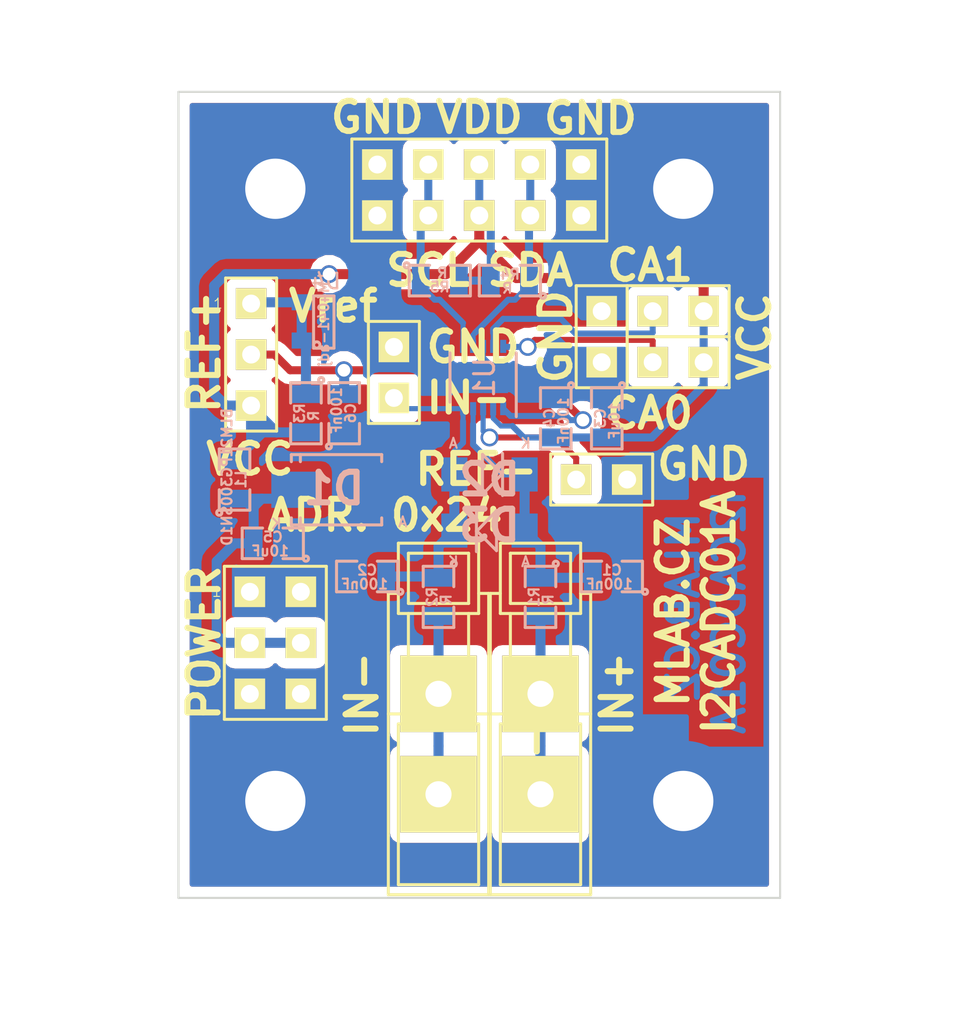
<source format=kicad_pcb>
(kicad_pcb (version 4) (host pcbnew "(2015-01-07 BZR 5359)-product")

  (general
    (links 70)
    (no_connects 0)
    (area 0.203999 -40.436001 30.276001 -0.203999)
    (thickness 1.6)
    (drawings 28)
    (tracks 156)
    (zones 0)
    (modules 31)
    (nets 15)
  )

  (page A4)
  (layers
    (0 F.Cu signal)
    (31 B.Cu signal)
    (32 B.Adhes user)
    (33 F.Adhes user)
    (34 B.Paste user)
    (35 F.Paste user)
    (36 B.SilkS user)
    (37 F.SilkS user)
    (38 B.Mask user)
    (39 F.Mask user)
    (40 Dwgs.User user)
    (41 Cmts.User user)
    (42 Eco1.User user)
    (43 Eco2.User user)
    (44 Edge.Cuts user)
    (45 Margin user)
    (46 B.CrtYd user)
    (47 F.CrtYd user)
    (48 B.Fab user)
    (49 F.Fab user)
  )

  (setup
    (last_trace_width 0.5)
    (user_trace_width 0.3)
    (user_trace_width 0.4)
    (user_trace_width 0.5)
    (trace_clearance 0.2)
    (zone_clearance 0.508)
    (zone_45_only no)
    (trace_min 0.254)
    (segment_width 0.2)
    (edge_width 0.1)
    (via_size 0.889)
    (via_drill 0.635)
    (via_min_size 0.889)
    (via_min_drill 0.508)
    (uvia_size 0.508)
    (uvia_drill 0.127)
    (uvias_allowed no)
    (uvia_min_size 0.508)
    (uvia_min_drill 0.127)
    (pcb_text_width 0.3)
    (pcb_text_size 1.5 1.5)
    (mod_edge_width 0.15)
    (mod_text_size 1 1)
    (mod_text_width 0.15)
    (pad_size 1.5 1.5)
    (pad_drill 0.6)
    (pad_to_mask_clearance 0)
    (aux_axis_origin 0 0)
    (visible_elements 7FFFFF7F)
    (pcbplotparams
      (layerselection 0x010f0_80000001)
      (usegerberextensions false)
      (excludeedgelayer true)
      (linewidth 0.300000)
      (plotframeref false)
      (viasonmask false)
      (mode 1)
      (useauxorigin false)
      (hpglpennumber 1)
      (hpglpenspeed 20)
      (hpglpendiameter 15)
      (hpglpenoverlay 2)
      (psnegative false)
      (psa4output false)
      (plotreference true)
      (plotvalue true)
      (plotinvisibletext false)
      (padsonsilk false)
      (subtractmaskfromsilk false)
      (outputformat 1)
      (mirror false)
      (drillshape 0)
      (scaleselection 1)
      (outputdirectory ../CAM_PROFI/))
  )

  (net 0 "")
  (net 1 GND)
  (net 2 "Net-(C1-Pad2)")
  (net 3 "Net-(C2-Pad1)")
  (net 4 VCC)
  (net 5 "Net-(D4-Pad1)")
  (net 6 "Net-(J3-Pad2)")
  (net 7 /CA0)
  (net 8 /CA1)
  (net 9 /SDA)
  (net 10 /SCL)
  (net 11 "Net-(P1-Pad1)")
  (net 12 "Net-(P2-Pad1)")
  (net 13 "Net-(C6-Pad2)")
  (net 14 "Net-(C5-Pad2)")

  (net_class Default "Toto je výchozí třída sítě."
    (clearance 0.2)
    (trace_width 0.254)
    (via_dia 0.889)
    (via_drill 0.635)
    (uvia_dia 0.508)
    (uvia_drill 0.127)
    (add_net /CA0)
    (add_net /CA1)
    (add_net /SCL)
    (add_net /SDA)
    (add_net GND)
    (add_net "Net-(C1-Pad2)")
    (add_net "Net-(C2-Pad1)")
    (add_net "Net-(C5-Pad2)")
    (add_net "Net-(C6-Pad2)")
    (add_net "Net-(D4-Pad1)")
    (add_net "Net-(J3-Pad2)")
    (add_net "Net-(P1-Pad1)")
    (add_net "Net-(P2-Pad1)")
    (add_net VCC)
  )

  (module Mlab_R:SMD-0805 (layer B.Cu) (tedit 54799E0C) (tstamp 55470A3A)
    (at 21.844 -16.256 180)
    (path /554603CA)
    (attr smd)
    (fp_text reference C1 (at 0 0.3175 180) (layer B.SilkS)
      (effects (font (size 0.50038 0.50038) (thickness 0.10922)) (justify mirror))
    )
    (fp_text value 100nF (at 0.127 -0.381 180) (layer B.SilkS)
      (effects (font (size 0.50038 0.50038) (thickness 0.10922)) (justify mirror))
    )
    (fp_circle (center -1.651 -0.762) (end -1.651 -0.635) (layer B.SilkS) (width 0.15))
    (fp_line (start -0.508 -0.762) (end -1.524 -0.762) (layer B.SilkS) (width 0.15))
    (fp_line (start -1.524 -0.762) (end -1.524 0.762) (layer B.SilkS) (width 0.15))
    (fp_line (start -1.524 0.762) (end -0.508 0.762) (layer B.SilkS) (width 0.15))
    (fp_line (start 0.508 0.762) (end 1.524 0.762) (layer B.SilkS) (width 0.15))
    (fp_line (start 1.524 0.762) (end 1.524 -0.762) (layer B.SilkS) (width 0.15))
    (fp_line (start 1.524 -0.762) (end 0.508 -0.762) (layer B.SilkS) (width 0.15))
    (pad 1 smd rect (at -0.9525 0 180) (size 0.889 1.397) (layers B.Cu B.Paste B.Mask)
      (net 1 GND))
    (pad 2 smd rect (at 0.9525 0 180) (size 0.889 1.397) (layers B.Cu B.Paste B.Mask)
      (net 2 "Net-(C1-Pad2)"))
    (model MLAB_3D/Resistors/chip_cms.wrl
      (at (xyz 0 0 0))
      (scale (xyz 0.1 0.1 0.1))
      (rotate (xyz 0 0 0))
    )
  )

  (module Mlab_R:SMD-0805 (layer B.Cu) (tedit 54799E0C) (tstamp 55470A40)
    (at 9.652 -16.256 180)
    (path /55460399)
    (attr smd)
    (fp_text reference C2 (at 0 0.3175 180) (layer B.SilkS)
      (effects (font (size 0.50038 0.50038) (thickness 0.10922)) (justify mirror))
    )
    (fp_text value 100nF (at 0.127 -0.381 180) (layer B.SilkS)
      (effects (font (size 0.50038 0.50038) (thickness 0.10922)) (justify mirror))
    )
    (fp_circle (center -1.651 -0.762) (end -1.651 -0.635) (layer B.SilkS) (width 0.15))
    (fp_line (start -0.508 -0.762) (end -1.524 -0.762) (layer B.SilkS) (width 0.15))
    (fp_line (start -1.524 -0.762) (end -1.524 0.762) (layer B.SilkS) (width 0.15))
    (fp_line (start -1.524 0.762) (end -0.508 0.762) (layer B.SilkS) (width 0.15))
    (fp_line (start 0.508 0.762) (end 1.524 0.762) (layer B.SilkS) (width 0.15))
    (fp_line (start 1.524 0.762) (end 1.524 -0.762) (layer B.SilkS) (width 0.15))
    (fp_line (start 1.524 -0.762) (end 0.508 -0.762) (layer B.SilkS) (width 0.15))
    (pad 1 smd rect (at -0.9525 0 180) (size 0.889 1.397) (layers B.Cu B.Paste B.Mask)
      (net 3 "Net-(C2-Pad1)"))
    (pad 2 smd rect (at 0.9525 0 180) (size 0.889 1.397) (layers B.Cu B.Paste B.Mask)
      (net 1 GND))
    (model MLAB_3D/Resistors/chip_cms.wrl
      (at (xyz 0 0 0))
      (scale (xyz 0.1 0.1 0.1))
      (rotate (xyz 0 0 0))
    )
  )

  (module Mlab_R:SMD-0805 (layer B.Cu) (tedit 54799E0C) (tstamp 55470A46)
    (at 21.59 -24.13 270)
    (path /55461125)
    (attr smd)
    (fp_text reference C3 (at 0 0.3175 270) (layer B.SilkS)
      (effects (font (size 0.50038 0.50038) (thickness 0.10922)) (justify mirror))
    )
    (fp_text value 10uF (at 0.127 -0.381 270) (layer B.SilkS)
      (effects (font (size 0.50038 0.50038) (thickness 0.10922)) (justify mirror))
    )
    (fp_circle (center -1.651 -0.762) (end -1.651 -0.635) (layer B.SilkS) (width 0.15))
    (fp_line (start -0.508 -0.762) (end -1.524 -0.762) (layer B.SilkS) (width 0.15))
    (fp_line (start -1.524 -0.762) (end -1.524 0.762) (layer B.SilkS) (width 0.15))
    (fp_line (start -1.524 0.762) (end -0.508 0.762) (layer B.SilkS) (width 0.15))
    (fp_line (start 0.508 0.762) (end 1.524 0.762) (layer B.SilkS) (width 0.15))
    (fp_line (start 1.524 0.762) (end 1.524 -0.762) (layer B.SilkS) (width 0.15))
    (fp_line (start 1.524 -0.762) (end 0.508 -0.762) (layer B.SilkS) (width 0.15))
    (pad 1 smd rect (at -0.9525 0 270) (size 0.889 1.397) (layers B.Cu B.Paste B.Mask)
      (net 1 GND))
    (pad 2 smd rect (at 0.9525 0 270) (size 0.889 1.397) (layers B.Cu B.Paste B.Mask)
      (net 4 VCC))
    (model MLAB_3D/Resistors/chip_cms.wrl
      (at (xyz 0 0 0))
      (scale (xyz 0.1 0.1 0.1))
      (rotate (xyz 0 0 0))
    )
  )

  (module Mlab_R:SMD-0805 (layer B.Cu) (tedit 54799E0C) (tstamp 55470A4C)
    (at 19.05 -24.13 270)
    (path /554611EB)
    (attr smd)
    (fp_text reference C4 (at 0 0.3175 270) (layer B.SilkS)
      (effects (font (size 0.50038 0.50038) (thickness 0.10922)) (justify mirror))
    )
    (fp_text value 100nF (at 0.127 -0.381 270) (layer B.SilkS)
      (effects (font (size 0.50038 0.50038) (thickness 0.10922)) (justify mirror))
    )
    (fp_circle (center -1.651 -0.762) (end -1.651 -0.635) (layer B.SilkS) (width 0.15))
    (fp_line (start -0.508 -0.762) (end -1.524 -0.762) (layer B.SilkS) (width 0.15))
    (fp_line (start -1.524 -0.762) (end -1.524 0.762) (layer B.SilkS) (width 0.15))
    (fp_line (start -1.524 0.762) (end -0.508 0.762) (layer B.SilkS) (width 0.15))
    (fp_line (start 0.508 0.762) (end 1.524 0.762) (layer B.SilkS) (width 0.15))
    (fp_line (start 1.524 0.762) (end 1.524 -0.762) (layer B.SilkS) (width 0.15))
    (fp_line (start 1.524 -0.762) (end 0.508 -0.762) (layer B.SilkS) (width 0.15))
    (pad 1 smd rect (at -0.9525 0 270) (size 0.889 1.397) (layers B.Cu B.Paste B.Mask)
      (net 1 GND))
    (pad 2 smd rect (at 0.9525 0 270) (size 0.889 1.397) (layers B.Cu B.Paste B.Mask)
      (net 4 VCC))
    (model MLAB_3D/Resistors/chip_cms.wrl
      (at (xyz 0 0 0))
      (scale (xyz 0.1 0.1 0.1))
      (rotate (xyz 0 0 0))
    )
  )

  (module Mlab_D:SMA_Standard (layer B.Cu) (tedit 55485D51) (tstamp 55470A52)
    (at 8.128 -20.574 180)
    (descr "Diode SMA")
    (tags "Diode SMA")
    (path /55460DCE)
    (attr smd)
    (fp_text reference D1 (at 0.127 0.0635 180) (layer B.SilkS)
      (effects (font (thickness 0.3048)) (justify mirror))
    )
    (fp_text value M4 (at 0 -3.81 180) (layer B.SilkS) hide
      (effects (font (thickness 0.3048)) (justify mirror))
    )
    (fp_text user A (at -3.29946 -1.6002 180) (layer B.SilkS)
      (effects (font (size 0.50038 0.50038) (thickness 0.09906)) (justify mirror))
    )
    (fp_text user K (at 2.99974 -1.69926 180) (layer B.SilkS)
      (effects (font (size 0.50038 0.50038) (thickness 0.09906)) (justify mirror))
    )
    (fp_circle (center 0 0) (end 0.20066 0.0508) (layer B.Adhes) (width 0.381))
    (fp_line (start 1.80086 -1.75006) (end 1.80086 -1.39954) (layer B.SilkS) (width 0.15))
    (fp_line (start 1.80086 1.75006) (end 1.80086 1.39954) (layer B.SilkS) (width 0.15))
    (fp_line (start 2.25044 -1.75006) (end 2.25044 -1.39954) (layer B.SilkS) (width 0.15))
    (fp_line (start -2.25044 -1.75006) (end -2.25044 -1.39954) (layer B.SilkS) (width 0.15))
    (fp_line (start -2.25044 1.75006) (end -2.25044 1.39954) (layer B.SilkS) (width 0.15))
    (fp_line (start 2.25044 1.75006) (end 2.25044 1.39954) (layer B.SilkS) (width 0.15))
    (fp_line (start -2.25044 -1.75006) (end 2.25044 -1.75006) (layer B.SilkS) (width 0.15))
    (fp_line (start -2.25044 1.75006) (end 2.25044 1.75006) (layer B.SilkS) (width 0.15))
    (pad 1 smd rect (at -1.99898 0 180) (size 2.49936 1.80086) (layers B.Cu B.Paste B.Mask)
      (net 1 GND))
    (pad 2 smd rect (at 1.99898 0 180) (size 2.49936 1.80086) (layers B.Cu B.Paste B.Mask)
      (net 14 "Net-(C5-Pad2)"))
    (model MLAB_3D/Diodes/SMA.wrl
      (at (xyz 0 0 0))
      (scale (xyz 0.3937 0.3937 0.3937))
      (rotate (xyz 0 0 0))
    )
  )

  (module Mlab_D:MiniMELF_Standard (layer B.Cu) (tedit 54BBE081) (tstamp 55470A58)
    (at 15.748 -18.542 180)
    (descr "Diode Mini-MELF Standard")
    (tags "Diode Mini-MELF Standard")
    (path /5546045E)
    (attr smd)
    (fp_text reference D2 (at 0 2.54 180) (layer B.SilkS)
      (effects (font (thickness 0.3048)) (justify mirror))
    )
    (fp_text value BAT46 (at 0 -3.81 180) (layer B.SilkS) hide
      (effects (font (thickness 0.3048)) (justify mirror))
    )
    (fp_line (start 0.65024 -0.0508) (end -0.35052 1.00076) (layer B.SilkS) (width 0.15))
    (fp_line (start -0.35052 1.00076) (end -0.35052 -1.00076) (layer B.SilkS) (width 0.15))
    (fp_line (start -0.35052 -1.00076) (end 0.65024 0) (layer B.SilkS) (width 0.15))
    (fp_line (start 0.65024 1.04902) (end 0.65024 -1.04902) (layer B.SilkS) (width 0.15))
    (fp_text user A (at -1.80086 -1.5494 180) (layer B.SilkS)
      (effects (font (size 0.50038 0.50038) (thickness 0.09906)) (justify mirror))
    )
    (fp_text user K (at 1.80086 -1.5494 180) (layer B.SilkS)
      (effects (font (size 0.50038 0.50038) (thickness 0.09906)) (justify mirror))
    )
    (fp_circle (center 0 0) (end 0 -0.55118) (layer B.Adhes) (width 0.381))
    (fp_circle (center 0 0) (end 0 -0.20066) (layer B.Adhes) (width 0.381))
    (pad 1 smd rect (at -1.75006 0 180) (size 1.30048 1.69926) (layers B.Cu B.Paste B.Mask)
      (net 2 "Net-(C1-Pad2)"))
    (pad 2 smd rect (at 1.75006 0 180) (size 1.30048 1.69926) (layers B.Cu B.Paste B.Mask)
      (net 3 "Net-(C2-Pad1)"))
    (model MLAB_3D/Diodes/MiniMELF_DO213AA.wrl
      (at (xyz 0 0 0))
      (scale (xyz 0.3937 0.3937 0.3937))
      (rotate (xyz 0 0 0))
    )
  )

  (module Mlab_D:MiniMELF_Standard (layer B.Cu) (tedit 54BBE081) (tstamp 55470A5E)
    (at 15.748 -21.336)
    (descr "Diode Mini-MELF Standard")
    (tags "Diode Mini-MELF Standard")
    (path /55460409)
    (attr smd)
    (fp_text reference D3 (at 0 2.54) (layer B.SilkS)
      (effects (font (thickness 0.3048)) (justify mirror))
    )
    (fp_text value BAT46 (at 0 -3.81) (layer B.SilkS) hide
      (effects (font (thickness 0.3048)) (justify mirror))
    )
    (fp_line (start 0.65024 -0.0508) (end -0.35052 1.00076) (layer B.SilkS) (width 0.15))
    (fp_line (start -0.35052 1.00076) (end -0.35052 -1.00076) (layer B.SilkS) (width 0.15))
    (fp_line (start -0.35052 -1.00076) (end 0.65024 0) (layer B.SilkS) (width 0.15))
    (fp_line (start 0.65024 1.04902) (end 0.65024 -1.04902) (layer B.SilkS) (width 0.15))
    (fp_text user A (at -1.80086 -1.5494) (layer B.SilkS)
      (effects (font (size 0.50038 0.50038) (thickness 0.09906)) (justify mirror))
    )
    (fp_text user K (at 1.80086 -1.5494) (layer B.SilkS)
      (effects (font (size 0.50038 0.50038) (thickness 0.09906)) (justify mirror))
    )
    (fp_circle (center 0 0) (end 0 -0.55118) (layer B.Adhes) (width 0.381))
    (fp_circle (center 0 0) (end 0 -0.20066) (layer B.Adhes) (width 0.381))
    (pad 1 smd rect (at -1.75006 0) (size 1.30048 1.69926) (layers B.Cu B.Paste B.Mask)
      (net 3 "Net-(C2-Pad1)"))
    (pad 2 smd rect (at 1.75006 0) (size 1.30048 1.69926) (layers B.Cu B.Paste B.Mask)
      (net 2 "Net-(C1-Pad2)"))
    (model MLAB_3D/Diodes/MiniMELF_DO213AA.wrl
      (at (xyz 0 0 0))
      (scale (xyz 0.3937 0.3937 0.3937))
      (rotate (xyz 0 0 0))
    )
  )

  (module Mlab_IO:SOT-23 (layer B.Cu) (tedit 54836E42) (tstamp 55472E30)
    (at 7.493 -28.956 90)
    (tags SOT23)
    (path /55461701)
    (fp_text reference D4 (at 1.99898 0.09906 360) (layer B.SilkS)
      (effects (font (size 0.762 0.762) (thickness 0.11938)) (justify mirror))
    )
    (fp_text value LM4041-adj (at 0.0635 0 90) (layer B.SilkS)
      (effects (font (size 0.50038 0.50038) (thickness 0.09906)) (justify mirror))
    )
    (fp_circle (center -1.17602 -0.35052) (end -1.30048 -0.44958) (layer B.SilkS) (width 0.15))
    (fp_line (start 1.27 0.508) (end 1.27 -0.508) (layer B.SilkS) (width 0.15))
    (fp_line (start -1.3335 0.508) (end -1.3335 -0.508) (layer B.SilkS) (width 0.15))
    (fp_line (start 1.27 -0.508) (end -1.3335 -0.508) (layer B.SilkS) (width 0.15))
    (fp_line (start -1.3335 0.508) (end 1.27 0.508) (layer B.SilkS) (width 0.15))
    (pad 3 smd rect (at 0 1.09982 90) (size 0.8001 1.00076) (layers B.Cu B.Paste B.Mask)
      (net 1 GND))
    (pad 2 smd rect (at 0.9525 -1.09982 90) (size 0.8001 1.00076) (layers B.Cu B.Paste B.Mask)
      (net 5 "Net-(D4-Pad1)"))
    (pad 1 smd rect (at -0.9525 -1.09982 90) (size 0.8001 1.00076) (layers B.Cu B.Paste B.Mask)
      (net 5 "Net-(D4-Pad1)"))
    (model D:/Honza/library/KiCAD/MLAB_3D/IO/SOT23_3.wrl
      (at (xyz 0 0 0))
      (scale (xyz 0.4 0.4 0.4))
      (rotate (xyz 0 0 180))
    )
  )

  (module Mlab_Pin_Headers:Straight_2x03 (layer F.Cu) (tedit 554851D4) (tstamp 55470A6F)
    (at 5.08 -12.954)
    (descr "pin header straight 2x03")
    (tags "pin header straight 2x03")
    (path /55460C17)
    (fp_text reference J1 (at 0 -5.08) (layer F.SilkS) hide
      (effects (font (size 1.5 1.5) (thickness 0.15)))
    )
    (fp_text value JUMP_3X2 (at 0 5.08) (layer F.SilkS) hide
      (effects (font (size 1.5 1.5) (thickness 0.15)))
    )
    (fp_text user 1 (at -2.921 -2.54) (layer F.SilkS)
      (effects (font (size 0.5 0.5) (thickness 0.05)))
    )
    (fp_line (start -2.54 -3.81) (end 2.54 -3.81) (layer F.SilkS) (width 0.15))
    (fp_line (start 2.54 -3.81) (end 2.54 3.81) (layer F.SilkS) (width 0.15))
    (fp_line (start 2.54 3.81) (end -2.54 3.81) (layer F.SilkS) (width 0.15))
    (fp_line (start -2.54 3.81) (end -2.54 -3.81) (layer F.SilkS) (width 0.15))
    (pad 1 thru_hole rect (at -1.27 -2.54) (size 1.524 1.524) (drill 0.889) (layers *.Cu *.Mask F.SilkS)
      (net 1 GND))
    (pad 2 thru_hole rect (at 1.27 -2.54) (size 1.524 1.524) (drill 0.889) (layers *.Cu *.Mask F.SilkS)
      (net 1 GND))
    (pad 3 thru_hole rect (at -1.27 0) (size 1.524 1.524) (drill 0.889) (layers *.Cu *.Mask F.SilkS)
      (net 14 "Net-(C5-Pad2)"))
    (pad 4 thru_hole rect (at 1.27 0) (size 1.524 1.524) (drill 0.889) (layers *.Cu *.Mask F.SilkS)
      (net 14 "Net-(C5-Pad2)"))
    (pad 5 thru_hole rect (at -1.27 2.54) (size 1.524 1.524) (drill 0.889) (layers *.Cu *.Mask F.SilkS)
      (net 1 GND))
    (pad 6 thru_hole rect (at 1.27 2.54) (size 1.524 1.524) (drill 0.889) (layers *.Cu *.Mask F.SilkS)
      (net 1 GND))
    (model Pin_Headers/Pin_Header_Straight_2x03.wrl
      (at (xyz 0 0 0))
      (scale (xyz 1 1 1))
      (rotate (xyz 0 0 90))
    )
  )

  (module Mlab_Pin_Headers:Straight_2x01 (layer F.Cu) (tedit 5545E8D2) (tstamp 55470A75)
    (at 10.9855 -26.416 270)
    (descr "pin header straight 2x01")
    (tags "pin header straight 2x01")
    (path /554605D2)
    (fp_text reference J2 (at 0 -2.54 270) (layer F.SilkS) hide
      (effects (font (size 1.5 1.5) (thickness 0.15)))
    )
    (fp_text value CONN1_2 (at 0 2.54 270) (layer F.SilkS) hide
      (effects (font (size 1.5 1.5) (thickness 0.15)))
    )
    (fp_line (start -2.54 -1.27) (end 2.54 -1.27) (layer F.SilkS) (width 0.15))
    (fp_line (start 2.54 -1.27) (end 2.54 1.27) (layer F.SilkS) (width 0.15))
    (fp_line (start 2.54 1.27) (end -2.54 1.27) (layer F.SilkS) (width 0.15))
    (fp_line (start -2.54 1.27) (end -2.54 -1.27) (layer F.SilkS) (width 0.15))
    (pad 1 thru_hole rect (at -1.27 0 270) (size 1.524 1.524) (drill 0.889) (layers *.Cu *.Mask F.SilkS)
      (net 1 GND))
    (pad 2 thru_hole rect (at 1.27 0 270) (size 1.524 1.524) (drill 0.889) (layers *.Cu *.Mask F.SilkS)
      (net 3 "Net-(C2-Pad1)"))
    (model Pin_Headers/Pin_Header_Straight_2x01.wrl
      (at (xyz 0 0 0))
      (scale (xyz 1 1 1))
      (rotate (xyz 0 0 90))
    )
  )

  (module Mlab_Pin_Headers:Straight_2x01 (layer F.Cu) (tedit 5545E8D2) (tstamp 55470A7B)
    (at 21.336 -21.082 180)
    (descr "pin header straight 2x01")
    (tags "pin header straight 2x01")
    (path /5547082E)
    (fp_text reference J3 (at 0 -2.54 180) (layer F.SilkS) hide
      (effects (font (size 1.5 1.5) (thickness 0.15)))
    )
    (fp_text value CONN_2 (at 0 2.54 180) (layer F.SilkS) hide
      (effects (font (size 1.5 1.5) (thickness 0.15)))
    )
    (fp_line (start -2.54 -1.27) (end 2.54 -1.27) (layer F.SilkS) (width 0.15))
    (fp_line (start 2.54 -1.27) (end 2.54 1.27) (layer F.SilkS) (width 0.15))
    (fp_line (start 2.54 1.27) (end -2.54 1.27) (layer F.SilkS) (width 0.15))
    (fp_line (start -2.54 1.27) (end -2.54 -1.27) (layer F.SilkS) (width 0.15))
    (pad 1 thru_hole rect (at -1.27 0 180) (size 1.524 1.524) (drill 0.889) (layers *.Cu *.Mask F.SilkS)
      (net 1 GND))
    (pad 2 thru_hole rect (at 1.27 0 180) (size 1.524 1.524) (drill 0.889) (layers *.Cu *.Mask F.SilkS)
      (net 6 "Net-(J3-Pad2)"))
    (model Pin_Headers/Pin_Header_Straight_2x01.wrl
      (at (xyz 0 0 0))
      (scale (xyz 1 1 1))
      (rotate (xyz 0 0 90))
    )
  )

  (module Mlab_Pin_Headers:Straight_2x01 (layer F.Cu) (tedit 5545E8D2) (tstamp 55470A88)
    (at 25.146 -26.924 180)
    (descr "pin header straight 2x01")
    (tags "pin header straight 2x01")
    (path /55463896)
    (fp_text reference J5 (at 0 -2.54 180) (layer F.SilkS) hide
      (effects (font (size 1.5 1.5) (thickness 0.15)))
    )
    (fp_text value JUMP2_2x1 (at 0 2.54 180) (layer F.SilkS) hide
      (effects (font (size 1.5 1.5) (thickness 0.15)))
    )
    (fp_line (start -2.54 -1.27) (end 2.54 -1.27) (layer F.SilkS) (width 0.15))
    (fp_line (start 2.54 -1.27) (end 2.54 1.27) (layer F.SilkS) (width 0.15))
    (fp_line (start 2.54 1.27) (end -2.54 1.27) (layer F.SilkS) (width 0.15))
    (fp_line (start -2.54 1.27) (end -2.54 -1.27) (layer F.SilkS) (width 0.15))
    (pad 1 thru_hole rect (at -1.27 0 180) (size 1.524 1.524) (drill 0.889) (layers *.Cu *.Mask F.SilkS)
      (net 4 VCC))
    (pad 2 thru_hole rect (at 1.27 0 180) (size 1.524 1.524) (drill 0.889) (layers *.Cu *.Mask F.SilkS)
      (net 7 /CA0))
    (model Pin_Headers/Pin_Header_Straight_2x01.wrl
      (at (xyz 0 0 0))
      (scale (xyz 1 1 1))
      (rotate (xyz 0 0 90))
    )
  )

  (module Mlab_Pin_Headers:Straight_2x01 (layer F.Cu) (tedit 5545E8D2) (tstamp 55470A8E)
    (at 25.146 -29.464 180)
    (descr "pin header straight 2x01")
    (tags "pin header straight 2x01")
    (path /554638DE)
    (fp_text reference J6 (at 0 -2.54 180) (layer F.SilkS) hide
      (effects (font (size 1.5 1.5) (thickness 0.15)))
    )
    (fp_text value JUMP2_2x1 (at 0 2.54 180) (layer F.SilkS) hide
      (effects (font (size 1.5 1.5) (thickness 0.15)))
    )
    (fp_line (start -2.54 -1.27) (end 2.54 -1.27) (layer F.SilkS) (width 0.15))
    (fp_line (start 2.54 -1.27) (end 2.54 1.27) (layer F.SilkS) (width 0.15))
    (fp_line (start 2.54 1.27) (end -2.54 1.27) (layer F.SilkS) (width 0.15))
    (fp_line (start -2.54 1.27) (end -2.54 -1.27) (layer F.SilkS) (width 0.15))
    (pad 1 thru_hole rect (at -1.27 0 180) (size 1.524 1.524) (drill 0.889) (layers *.Cu *.Mask F.SilkS)
      (net 4 VCC))
    (pad 2 thru_hole rect (at 1.27 0 180) (size 1.524 1.524) (drill 0.889) (layers *.Cu *.Mask F.SilkS)
      (net 8 /CA1))
    (model Pin_Headers/Pin_Header_Straight_2x01.wrl
      (at (xyz 0 0 0))
      (scale (xyz 1 1 1))
      (rotate (xyz 0 0 90))
    )
  )

  (module Mlab_Pin_Headers:Straight_2x05 (layer F.Cu) (tedit 5549D8AD) (tstamp 55470A9C)
    (at 15.24 -35.4965 270)
    (descr "pin header straight 2x05")
    (tags "pin header straight 2x05")
    (path /55462947)
    (fp_text reference J7 (at 0 -7.62 270) (layer F.SilkS) hide
      (effects (font (size 1.5 1.5) (thickness 0.15)))
    )
    (fp_text value JUMP_5X2 (at 0 7.62 270) (layer F.SilkS) hide
      (effects (font (size 1.5 1.5) (thickness 0.15)))
    )
    (fp_text user 1 (at -2.921 -5.08 270) (layer F.SilkS) hide
      (effects (font (size 0.5 0.5) (thickness 0.05)))
    )
    (fp_line (start -2.54 -6.35) (end 2.54 -6.35) (layer F.SilkS) (width 0.15))
    (fp_line (start 2.54 -6.35) (end 2.54 6.35) (layer F.SilkS) (width 0.15))
    (fp_line (start 2.54 6.35) (end -2.54 6.35) (layer F.SilkS) (width 0.15))
    (fp_line (start -2.54 6.35) (end -2.54 -6.35) (layer F.SilkS) (width 0.15))
    (pad 1 thru_hole rect (at -1.27 -5.08 270) (size 1.524 1.524) (drill 0.889) (layers *.Cu *.Mask F.SilkS)
      (net 1 GND))
    (pad 2 thru_hole rect (at 1.27 -5.08 270) (size 1.524 1.524) (drill 0.889) (layers *.Cu *.Mask F.SilkS)
      (net 1 GND))
    (pad 3 thru_hole rect (at -1.27 -2.54 270) (size 1.524 1.524) (drill 0.889) (layers *.Cu *.Mask F.SilkS)
      (net 9 /SDA))
    (pad 4 thru_hole rect (at 1.27 -2.54 270) (size 1.524 1.524) (drill 0.889) (layers *.Cu *.Mask F.SilkS)
      (net 9 /SDA))
    (pad 5 thru_hole rect (at -1.27 0 270) (size 1.524 1.524) (drill 0.889) (layers *.Cu *.Mask F.SilkS)
      (net 4 VCC))
    (pad 6 thru_hole rect (at 1.27 0 270) (size 1.524 1.524) (drill 0.889) (layers *.Cu *.Mask F.SilkS)
      (net 4 VCC))
    (pad 7 thru_hole rect (at -1.27 2.54 270) (size 1.524 1.524) (drill 0.889) (layers *.Cu *.Mask F.SilkS)
      (net 10 /SCL))
    (pad 8 thru_hole rect (at 1.27 2.54 270) (size 1.524 1.524) (drill 0.889) (layers *.Cu *.Mask F.SilkS)
      (net 10 /SCL))
    (pad 9 thru_hole rect (at -1.27 5.08 270) (size 1.524 1.524) (drill 0.889) (layers *.Cu *.Mask F.SilkS)
      (net 1 GND))
    (pad 10 thru_hole rect (at 1.27 5.08 270) (size 1.524 1.524) (drill 0.889) (layers *.Cu *.Mask F.SilkS)
      (net 1 GND))
    (model Pin_Headers/Pin_Header_Straight_2x05.wrl
      (at (xyz 0 0 0))
      (scale (xyz 1 1 1))
      (rotate (xyz 0 0 90))
    )
  )

  (module Mlab_Mechanical:MountingHole_3mm placed (layer F.Cu) (tedit 5535DB2C) (tstamp 55470AA1)
    (at 5.08 -35.56)
    (descr "Mounting hole, Befestigungsbohrung, 3mm, No Annular, Kein Restring,")
    (tags "Mounting hole, Befestigungsbohrung, 3mm, No Annular, Kein Restring,")
    (path /5547153E)
    (fp_text reference M1 (at 0 -4.191) (layer F.SilkS) hide
      (effects (font (thickness 0.3048)))
    )
    (fp_text value HOLE (at 0 4.191) (layer F.SilkS) hide
      (effects (font (thickness 0.3048)))
    )
    (fp_circle (center 0 0) (end 2.99974 0) (layer Cmts.User) (width 0.381))
    (pad 1 thru_hole circle (at 0 0) (size 6 6) (drill 3) (layers *.Cu *.Adhes *.Mask)
      (net 1 GND) (clearance 1) (zone_connect 2))
  )

  (module Mlab_Mechanical:MountingHole_3mm placed (layer F.Cu) (tedit 5535DB2C) (tstamp 55470AA6)
    (at 25.4 -5.08)
    (descr "Mounting hole, Befestigungsbohrung, 3mm, No Annular, Kein Restring,")
    (tags "Mounting hole, Befestigungsbohrung, 3mm, No Annular, Kein Restring,")
    (path /5547175D)
    (fp_text reference M2 (at 0 -4.191) (layer F.SilkS) hide
      (effects (font (thickness 0.3048)))
    )
    (fp_text value HOLE (at 0 4.191) (layer F.SilkS) hide
      (effects (font (thickness 0.3048)))
    )
    (fp_circle (center 0 0) (end 2.99974 0) (layer Cmts.User) (width 0.381))
    (pad 1 thru_hole circle (at 0 0) (size 6 6) (drill 3) (layers *.Cu *.Adhes *.Mask)
      (net 1 GND) (clearance 1) (zone_connect 2))
  )

  (module Mlab_Mechanical:MountingHole_3mm placed (layer F.Cu) (tedit 5535DB2C) (tstamp 55470AAB)
    (at 25.4 -35.56)
    (descr "Mounting hole, Befestigungsbohrung, 3mm, No Annular, Kein Restring,")
    (tags "Mounting hole, Befestigungsbohrung, 3mm, No Annular, Kein Restring,")
    (path /5547179E)
    (fp_text reference M3 (at 0 -4.191) (layer F.SilkS) hide
      (effects (font (thickness 0.3048)))
    )
    (fp_text value HOLE (at 0 4.191) (layer F.SilkS) hide
      (effects (font (thickness 0.3048)))
    )
    (fp_circle (center 0 0) (end 2.99974 0) (layer Cmts.User) (width 0.381))
    (pad 1 thru_hole circle (at 0 0) (size 6 6) (drill 3) (layers *.Cu *.Adhes *.Mask)
      (net 1 GND) (clearance 1) (zone_connect 2))
  )

  (module Mlab_Mechanical:MountingHole_3mm placed (layer F.Cu) (tedit 5535DB2C) (tstamp 55470AB0)
    (at 5.08 -5.08)
    (descr "Mounting hole, Befestigungsbohrung, 3mm, No Annular, Kein Restring,")
    (tags "Mounting hole, Befestigungsbohrung, 3mm, No Annular, Kein Restring,")
    (path /554717EE)
    (fp_text reference M4 (at 0 -4.191) (layer F.SilkS) hide
      (effects (font (thickness 0.3048)))
    )
    (fp_text value HOLE (at 0 4.191) (layer F.SilkS) hide
      (effects (font (thickness 0.3048)))
    )
    (fp_circle (center 0 0) (end 2.99974 0) (layer Cmts.User) (width 0.381))
    (pad 1 thru_hole circle (at 0 0) (size 6 6) (drill 3) (layers *.Cu *.Adhes *.Mask)
      (net 1 GND) (clearance 1) (zone_connect 2))
  )

  (module Mlab_Con:WAGO256 (layer F.Cu) (tedit 55485B08) (tstamp 55470AB6)
    (at 18.288 -7.874 90)
    (descr "WAGO-Series 236, 2Stift, 1pol, RM 5mm,")
    (tags "WAGO-Series 236, 2Stift, 1pol, RM 5mm, Anreibare Leiterplattenklemme")
    (path /5546028B)
    (fp_text reference P1 (at -4.826 -3.556 90) (layer F.SilkS) hide
      (effects (font (thickness 0.3048)))
    )
    (fp_text value _ (at 0.254 4.064 90) (layer F.SilkS) hide
      (effects (font (thickness 0.3048)))
    )
    (fp_line (start 7.54 2.5) (end 7.54 2) (layer F.SilkS) (width 0.15))
    (fp_line (start 7.54 -2) (end 7.54 -2.5) (layer F.SilkS) (width 0.15))
    (fp_line (start 1.54 2.5001) (end 1.54 -2.5001) (layer F.SilkS) (width 0.15))
    (fp_line (start -7.46 2.5001) (end -7.46 -2.5001) (layer F.SilkS) (width 0.15))
    (fp_line (start 9.54 1.501) (end 9.54 -1.501) (layer F.SilkS) (width 0.15))
    (fp_line (start 7.0401 1.501) (end 7.0401 -1.501) (layer F.SilkS) (width 0.15))
    (fp_line (start 10.0401 -2) (end 10.0401 2) (layer F.SilkS) (width 0.15))
    (fp_line (start 6.54 -2) (end 6.54 2) (layer F.SilkS) (width 0.15))
    (fp_line (start 3.54 1.5001) (end 3.54 -1.5001) (layer F.SilkS) (width 0.15))
    (fp_line (start 1.0399 -2) (end 1.0399 2) (layer F.SilkS) (width 0.15))
    (fp_line (start -6.9601 2) (end -6.9601 -2) (layer F.SilkS) (width 0.15))
    (fp_line (start 1.0399 1) (end 1.54 1) (layer F.SilkS) (width 0.15))
    (fp_line (start 7.0401 1.5) (end 9.54 1.5) (layer F.SilkS) (width 0.15))
    (fp_line (start 6.54 2) (end 10.0401 2) (layer F.SilkS) (width 0.15))
    (fp_line (start 1.0399 -1) (end 1.54 -1) (layer F.SilkS) (width 0.15))
    (fp_line (start 7.0401 -1.5) (end 9.54 -1.5) (layer F.SilkS) (width 0.15))
    (fp_line (start 6.54 -2) (end 10.041 -2) (layer F.SilkS) (width 0.15))
    (fp_line (start 3.54 1.5) (end 6.54 1.5) (layer F.SilkS) (width 0.15))
    (fp_line (start -6.9601 2) (end 1.0399 2) (layer F.SilkS) (width 0.15))
    (fp_line (start 1.54 2.5) (end 7.54 2.5) (layer F.SilkS) (width 0.15))
    (fp_line (start 3.54 -1.5) (end 6.54 -1.5) (layer F.SilkS) (width 0.15))
    (fp_line (start -6.9601 -2) (end 1.0399 -2) (layer F.SilkS) (width 0.15))
    (fp_line (start 1.54 -2.5) (end 7.54 -2.5) (layer F.SilkS) (width 0.15))
    (fp_line (start 1.54 2.5) (end -7.46 2.5) (layer F.SilkS) (width 0.15))
    (fp_line (start -7.46 -2.5) (end 1.54 -2.5) (layer F.SilkS) (width 0.15))
    (pad 1 thru_hole rect (at -2.46 0 180) (size 3.81 3.81) (drill 1.3) (layers *.Cu *.Mask F.SilkS)
      (net 11 "Net-(P1-Pad1)"))
    (pad 1 thru_hole rect (at 2.54 0 180) (size 3.81 3.81) (drill 1.3) (layers *.Cu *.Mask F.SilkS)
      (net 11 "Net-(P1-Pad1)"))
  )

  (module Mlab_Con:WAGO256 (layer F.Cu) (tedit 55485B0A) (tstamp 55470ABC)
    (at 13.208 -7.874 90)
    (descr "WAGO-Series 236, 2Stift, 1pol, RM 5mm,")
    (tags "WAGO-Series 236, 2Stift, 1pol, RM 5mm, Anreibare Leiterplattenklemme")
    (path /55460302)
    (fp_text reference P2 (at -4.826 -3.556 90) (layer F.SilkS) hide
      (effects (font (thickness 0.3048)))
    )
    (fp_text value _ (at 0.254 4.064 90) (layer F.SilkS)
      (effects (font (thickness 0.3048)))
    )
    (fp_line (start 7.54 2.5) (end 7.54 2) (layer F.SilkS) (width 0.15))
    (fp_line (start 7.54 -2) (end 7.54 -2.5) (layer F.SilkS) (width 0.15))
    (fp_line (start 1.54 2.5001) (end 1.54 -2.5001) (layer F.SilkS) (width 0.15))
    (fp_line (start -7.46 2.5001) (end -7.46 -2.5001) (layer F.SilkS) (width 0.15))
    (fp_line (start 9.54 1.501) (end 9.54 -1.501) (layer F.SilkS) (width 0.15))
    (fp_line (start 7.0401 1.501) (end 7.0401 -1.501) (layer F.SilkS) (width 0.15))
    (fp_line (start 10.0401 -2) (end 10.0401 2) (layer F.SilkS) (width 0.15))
    (fp_line (start 6.54 -2) (end 6.54 2) (layer F.SilkS) (width 0.15))
    (fp_line (start 3.54 1.5001) (end 3.54 -1.5001) (layer F.SilkS) (width 0.15))
    (fp_line (start 1.0399 -2) (end 1.0399 2) (layer F.SilkS) (width 0.15))
    (fp_line (start -6.9601 2) (end -6.9601 -2) (layer F.SilkS) (width 0.15))
    (fp_line (start 1.0399 1) (end 1.54 1) (layer F.SilkS) (width 0.15))
    (fp_line (start 7.0401 1.5) (end 9.54 1.5) (layer F.SilkS) (width 0.15))
    (fp_line (start 6.54 2) (end 10.0401 2) (layer F.SilkS) (width 0.15))
    (fp_line (start 1.0399 -1) (end 1.54 -1) (layer F.SilkS) (width 0.15))
    (fp_line (start 7.0401 -1.5) (end 9.54 -1.5) (layer F.SilkS) (width 0.15))
    (fp_line (start 6.54 -2) (end 10.041 -2) (layer F.SilkS) (width 0.15))
    (fp_line (start 3.54 1.5) (end 6.54 1.5) (layer F.SilkS) (width 0.15))
    (fp_line (start -6.9601 2) (end 1.0399 2) (layer F.SilkS) (width 0.15))
    (fp_line (start 1.54 2.5) (end 7.54 2.5) (layer F.SilkS) (width 0.15))
    (fp_line (start 3.54 -1.5) (end 6.54 -1.5) (layer F.SilkS) (width 0.15))
    (fp_line (start -6.9601 -2) (end 1.0399 -2) (layer F.SilkS) (width 0.15))
    (fp_line (start 1.54 -2.5) (end 7.54 -2.5) (layer F.SilkS) (width 0.15))
    (fp_line (start 1.54 2.5) (end -7.46 2.5) (layer F.SilkS) (width 0.15))
    (fp_line (start -7.46 -2.5) (end 1.54 -2.5) (layer F.SilkS) (width 0.15))
    (pad 1 thru_hole rect (at -2.46 0 180) (size 3.81 3.81) (drill 1.3) (layers *.Cu *.Mask F.SilkS)
      (net 12 "Net-(P2-Pad1)"))
    (pad 1 thru_hole rect (at 2.54 0 180) (size 3.81 3.81) (drill 1.3) (layers *.Cu *.Mask F.SilkS)
      (net 12 "Net-(P2-Pad1)"))
  )

  (module Mlab_R:SMD-0805 (layer B.Cu) (tedit 54799E0C) (tstamp 55470AC2)
    (at 18.288 -15.24 270)
    (path /55460320)
    (attr smd)
    (fp_text reference R1 (at 0 0.3175 270) (layer B.SilkS)
      (effects (font (size 0.50038 0.50038) (thickness 0.10922)) (justify mirror))
    )
    (fp_text value R (at 0.127 -0.381 270) (layer B.SilkS)
      (effects (font (size 0.50038 0.50038) (thickness 0.10922)) (justify mirror))
    )
    (fp_circle (center -1.651 -0.762) (end -1.651 -0.635) (layer B.SilkS) (width 0.15))
    (fp_line (start -0.508 -0.762) (end -1.524 -0.762) (layer B.SilkS) (width 0.15))
    (fp_line (start -1.524 -0.762) (end -1.524 0.762) (layer B.SilkS) (width 0.15))
    (fp_line (start -1.524 0.762) (end -0.508 0.762) (layer B.SilkS) (width 0.15))
    (fp_line (start 0.508 0.762) (end 1.524 0.762) (layer B.SilkS) (width 0.15))
    (fp_line (start 1.524 0.762) (end 1.524 -0.762) (layer B.SilkS) (width 0.15))
    (fp_line (start 1.524 -0.762) (end 0.508 -0.762) (layer B.SilkS) (width 0.15))
    (pad 1 smd rect (at -0.9525 0 270) (size 0.889 1.397) (layers B.Cu B.Paste B.Mask)
      (net 2 "Net-(C1-Pad2)"))
    (pad 2 smd rect (at 0.9525 0 270) (size 0.889 1.397) (layers B.Cu B.Paste B.Mask)
      (net 11 "Net-(P1-Pad1)"))
    (model MLAB_3D/Resistors/chip_cms.wrl
      (at (xyz 0 0 0))
      (scale (xyz 0.1 0.1 0.1))
      (rotate (xyz 0 0 0))
    )
  )

  (module Mlab_R:SMD-0805 (layer B.Cu) (tedit 54799E0C) (tstamp 55470AC8)
    (at 13.208 -15.24 270)
    (path /55460379)
    (attr smd)
    (fp_text reference R2 (at 0 0.3175 270) (layer B.SilkS)
      (effects (font (size 0.50038 0.50038) (thickness 0.10922)) (justify mirror))
    )
    (fp_text value R (at 0.127 -0.381 270) (layer B.SilkS)
      (effects (font (size 0.50038 0.50038) (thickness 0.10922)) (justify mirror))
    )
    (fp_circle (center -1.651 -0.762) (end -1.651 -0.635) (layer B.SilkS) (width 0.15))
    (fp_line (start -0.508 -0.762) (end -1.524 -0.762) (layer B.SilkS) (width 0.15))
    (fp_line (start -1.524 -0.762) (end -1.524 0.762) (layer B.SilkS) (width 0.15))
    (fp_line (start -1.524 0.762) (end -0.508 0.762) (layer B.SilkS) (width 0.15))
    (fp_line (start 0.508 0.762) (end 1.524 0.762) (layer B.SilkS) (width 0.15))
    (fp_line (start 1.524 0.762) (end 1.524 -0.762) (layer B.SilkS) (width 0.15))
    (fp_line (start 1.524 -0.762) (end 0.508 -0.762) (layer B.SilkS) (width 0.15))
    (pad 1 smd rect (at -0.9525 0 270) (size 0.889 1.397) (layers B.Cu B.Paste B.Mask)
      (net 3 "Net-(C2-Pad1)"))
    (pad 2 smd rect (at 0.9525 0 270) (size 0.889 1.397) (layers B.Cu B.Paste B.Mask)
      (net 12 "Net-(P2-Pad1)"))
    (model MLAB_3D/Resistors/chip_cms.wrl
      (at (xyz 0 0 0))
      (scale (xyz 0.1 0.1 0.1))
      (rotate (xyz 0 0 0))
    )
  )

  (module Mlab_R:SMD-0805 (layer B.Cu) (tedit 54799E0C) (tstamp 55470ACE)
    (at 6.604 -24.384 270)
    (path /55461894)
    (attr smd)
    (fp_text reference R3 (at 0 0.3175 270) (layer B.SilkS)
      (effects (font (size 0.50038 0.50038) (thickness 0.10922)) (justify mirror))
    )
    (fp_text value R (at 0.127 -0.381 270) (layer B.SilkS)
      (effects (font (size 0.50038 0.50038) (thickness 0.10922)) (justify mirror))
    )
    (fp_circle (center -1.651 -0.762) (end -1.651 -0.635) (layer B.SilkS) (width 0.15))
    (fp_line (start -0.508 -0.762) (end -1.524 -0.762) (layer B.SilkS) (width 0.15))
    (fp_line (start -1.524 -0.762) (end -1.524 0.762) (layer B.SilkS) (width 0.15))
    (fp_line (start -1.524 0.762) (end -0.508 0.762) (layer B.SilkS) (width 0.15))
    (fp_line (start 0.508 0.762) (end 1.524 0.762) (layer B.SilkS) (width 0.15))
    (fp_line (start 1.524 0.762) (end 1.524 -0.762) (layer B.SilkS) (width 0.15))
    (fp_line (start 1.524 -0.762) (end 0.508 -0.762) (layer B.SilkS) (width 0.15))
    (pad 1 smd rect (at -0.9525 0 270) (size 0.889 1.397) (layers B.Cu B.Paste B.Mask)
      (net 5 "Net-(D4-Pad1)"))
    (pad 2 smd rect (at 0.9525 0 270) (size 0.889 1.397) (layers B.Cu B.Paste B.Mask)
      (net 4 VCC))
    (model MLAB_3D/Resistors/chip_cms.wrl
      (at (xyz 0 0 0))
      (scale (xyz 0.1 0.1 0.1))
      (rotate (xyz 0 0 0))
    )
  )

  (module Mlab_R:SMD-0805 (layer B.Cu) (tedit 54799E0C) (tstamp 55470AD4)
    (at 16.764 -30.988 180)
    (path /55462BF7)
    (attr smd)
    (fp_text reference R4 (at 0 0.3175 180) (layer B.SilkS)
      (effects (font (size 0.50038 0.50038) (thickness 0.10922)) (justify mirror))
    )
    (fp_text value R (at 0.127 -0.381 180) (layer B.SilkS)
      (effects (font (size 0.50038 0.50038) (thickness 0.10922)) (justify mirror))
    )
    (fp_circle (center -1.651 -0.762) (end -1.651 -0.635) (layer B.SilkS) (width 0.15))
    (fp_line (start -0.508 -0.762) (end -1.524 -0.762) (layer B.SilkS) (width 0.15))
    (fp_line (start -1.524 -0.762) (end -1.524 0.762) (layer B.SilkS) (width 0.15))
    (fp_line (start -1.524 0.762) (end -0.508 0.762) (layer B.SilkS) (width 0.15))
    (fp_line (start 0.508 0.762) (end 1.524 0.762) (layer B.SilkS) (width 0.15))
    (fp_line (start 1.524 0.762) (end 1.524 -0.762) (layer B.SilkS) (width 0.15))
    (fp_line (start 1.524 -0.762) (end 0.508 -0.762) (layer B.SilkS) (width 0.15))
    (pad 1 smd rect (at -0.9525 0 180) (size 0.889 1.397) (layers B.Cu B.Paste B.Mask)
      (net 9 /SDA))
    (pad 2 smd rect (at 0.9525 0 180) (size 0.889 1.397) (layers B.Cu B.Paste B.Mask)
      (net 4 VCC))
    (model MLAB_3D/Resistors/chip_cms.wrl
      (at (xyz 0 0 0))
      (scale (xyz 0.1 0.1 0.1))
      (rotate (xyz 0 0 0))
    )
  )

  (module Mlab_R:SMD-0805 (layer B.Cu) (tedit 54799E0C) (tstamp 55470ADA)
    (at 13.2715 -30.988)
    (path /55462CAD)
    (attr smd)
    (fp_text reference R5 (at 0 0.3175) (layer B.SilkS)
      (effects (font (size 0.50038 0.50038) (thickness 0.10922)) (justify mirror))
    )
    (fp_text value R (at 0.127 -0.381) (layer B.SilkS)
      (effects (font (size 0.50038 0.50038) (thickness 0.10922)) (justify mirror))
    )
    (fp_circle (center -1.651 -0.762) (end -1.651 -0.635) (layer B.SilkS) (width 0.15))
    (fp_line (start -0.508 -0.762) (end -1.524 -0.762) (layer B.SilkS) (width 0.15))
    (fp_line (start -1.524 -0.762) (end -1.524 0.762) (layer B.SilkS) (width 0.15))
    (fp_line (start -1.524 0.762) (end -0.508 0.762) (layer B.SilkS) (width 0.15))
    (fp_line (start 0.508 0.762) (end 1.524 0.762) (layer B.SilkS) (width 0.15))
    (fp_line (start 1.524 0.762) (end 1.524 -0.762) (layer B.SilkS) (width 0.15))
    (fp_line (start 1.524 -0.762) (end 0.508 -0.762) (layer B.SilkS) (width 0.15))
    (pad 1 smd rect (at -0.9525 0) (size 0.889 1.397) (layers B.Cu B.Paste B.Mask)
      (net 10 /SCL))
    (pad 2 smd rect (at 0.9525 0) (size 0.889 1.397) (layers B.Cu B.Paste B.Mask)
      (net 4 VCC))
    (model MLAB_3D/Resistors/chip_cms.wrl
      (at (xyz 0 0 0))
      (scale (xyz 0.1 0.1 0.1))
      (rotate (xyz 0 0 0))
    )
  )

  (module Housings_DFN_QFN:DFN-10-1EP_3x3mm_Pitch0.5mm (layer B.Cu) (tedit 55485DE4) (tstamp 55470AEC)
    (at 15.4305 -26.162 90)
    (descr "10-Lead Plastic Dual Flat, No Lead Package (MF) - 3x3x0.9 mm Body [DFN] (see Microchip Packaging Specification 00000049BS.pdf)")
    (tags "DFN 0.5")
    (path /55460260)
    (attr smd)
    (fp_text reference U1 (at 0 0.0635 90) (layer B.SilkS)
      (effects (font (size 1 1) (thickness 0.15)) (justify mirror))
    )
    (fp_text value LTC2485 (at 0 -2.575 90) (layer B.Fab)
      (effects (font (size 1 1) (thickness 0.15)) (justify mirror))
    )
    (fp_line (start -2.15 1.85) (end -2.15 -1.85) (layer B.CrtYd) (width 0.05))
    (fp_line (start 2.15 1.85) (end 2.15 -1.85) (layer B.CrtYd) (width 0.05))
    (fp_line (start -2.15 1.85) (end 2.15 1.85) (layer B.CrtYd) (width 0.05))
    (fp_line (start -2.15 -1.85) (end 2.15 -1.85) (layer B.CrtYd) (width 0.05))
    (fp_line (start -1.225 -1.65) (end 1.225 -1.65) (layer B.SilkS) (width 0.15))
    (fp_line (start -1.95 1.65) (end 1.225 1.65) (layer B.SilkS) (width 0.15))
    (pad 1 smd rect (at -1.55 1 90) (size 0.65 0.3) (layers B.Cu B.Paste B.Mask)
      (net 13 "Net-(C6-Pad2)"))
    (pad 2 smd rect (at -1.55 0.5 90) (size 0.65 0.3) (layers B.Cu B.Paste B.Mask)
      (net 4 VCC))
    (pad 3 smd rect (at -1.55 0 90) (size 0.65 0.3) (layers B.Cu B.Paste B.Mask)
      (net 6 "Net-(J3-Pad2)"))
    (pad 4 smd rect (at -1.55 -0.5 90) (size 0.65 0.3) (layers B.Cu B.Paste B.Mask)
      (net 2 "Net-(C1-Pad2)"))
    (pad 5 smd rect (at -1.55 -1 90) (size 0.65 0.3) (layers B.Cu B.Paste B.Mask)
      (net 3 "Net-(C2-Pad1)"))
    (pad 6 smd rect (at 1.55 -1 90) (size 0.65 0.3) (layers B.Cu B.Paste B.Mask)
      (net 10 /SCL))
    (pad 7 smd rect (at 1.55 -0.5 90) (size 0.65 0.3) (layers B.Cu B.Paste B.Mask)
      (net 9 /SDA))
    (pad 8 smd rect (at 1.55 0 90) (size 0.65 0.3) (layers B.Cu B.Paste B.Mask)
      (net 1 GND))
    (pad 9 smd rect (at 1.55 0.5 90) (size 0.65 0.3) (layers B.Cu B.Paste B.Mask)
      (net 8 /CA1))
    (pad 10 smd rect (at 1.55 1 90) (size 0.65 0.3) (layers B.Cu B.Paste B.Mask)
      (net 7 /CA0))
    (pad 11 smd rect (at 0.3875 -0.62 90) (size 0.775 1.24) (layers B.Cu B.Paste B.Mask)
      (net 1 GND) (solder_paste_margin_ratio -0.2))
    (pad 11 smd rect (at 0.3875 0.62 90) (size 0.775 1.24) (layers B.Cu B.Paste B.Mask)
      (net 1 GND) (solder_paste_margin_ratio -0.2))
    (pad 11 smd rect (at -0.3875 -0.62 90) (size 0.775 1.24) (layers B.Cu B.Paste B.Mask)
      (net 1 GND) (solder_paste_margin_ratio -0.2))
    (pad 11 smd rect (at -0.3875 0.62 90) (size 0.775 1.24) (layers B.Cu B.Paste B.Mask)
      (net 1 GND) (solder_paste_margin_ratio -0.2))
    (model Housings_DFN_QFN.3dshapes/DFN-10-1EP_3x3mm_Pitch0.5mm.wrl
      (at (xyz 0 0 0))
      (scale (xyz 1 1 1))
      (rotate (xyz 0 0 0))
    )
  )

  (module Mlab_Pin_Headers:Straight_1x03 (layer F.Cu) (tedit 554851CF) (tstamp 55470C06)
    (at 3.8735 -27.305)
    (descr "pin header straight 1x03")
    (tags "pin header straight 1x03")
    (path /55461EC0)
    (fp_text reference J4 (at 0 -5.08) (layer F.SilkS) hide
      (effects (font (size 1.5 1.5) (thickness 0.15)))
    )
    (fp_text value CONN_3 (at 0 5.08) (layer F.SilkS) hide
      (effects (font (size 1.5 1.5) (thickness 0.15)))
    )
    (fp_text user 1 (at -1.651 -2.54) (layer F.SilkS)
      (effects (font (size 0.5 0.5) (thickness 0.05)))
    )
    (fp_line (start -1.27 -3.81) (end 1.27 -3.81) (layer F.SilkS) (width 0.15))
    (fp_line (start 1.27 -3.81) (end 1.27 3.81) (layer F.SilkS) (width 0.15))
    (fp_line (start 1.27 3.81) (end -1.27 3.81) (layer F.SilkS) (width 0.15))
    (fp_line (start -1.27 3.81) (end -1.27 -3.81) (layer F.SilkS) (width 0.15))
    (pad 3 thru_hole rect (at 0 2.54) (size 1.524 1.524) (drill 0.889) (layers *.Cu *.Mask F.SilkS)
      (net 4 VCC))
    (pad 2 thru_hole rect (at 0 0) (size 1.524 1.524) (drill 0.889) (layers *.Cu *.Mask F.SilkS)
      (net 13 "Net-(C6-Pad2)"))
    (pad 1 thru_hole rect (at 0 -2.54) (size 1.524 1.524) (drill 0.889) (layers *.Cu *.Mask F.SilkS)
      (net 5 "Net-(D4-Pad1)"))
    (model Pin_Headers/Pin_Header_Straight_1x03.wrl
      (at (xyz 0 0 0))
      (scale (xyz 1 1 1))
      (rotate (xyz 0 0 90))
    )
  )

  (module Mlab_Pin_Headers:Straight_2x01 (layer F.Cu) (tedit 5545E8D2) (tstamp 5549A8AD)
    (at 21.336 -28.194 90)
    (descr "pin header straight 2x01")
    (tags "pin header straight 2x01")
    (path /5549AD37)
    (fp_text reference J8 (at 0 -2.54 90) (layer F.SilkS) hide
      (effects (font (size 1.5 1.5) (thickness 0.15)))
    )
    (fp_text value CONN_2 (at 0 2.54 90) (layer F.SilkS) hide
      (effects (font (size 1.5 1.5) (thickness 0.15)))
    )
    (fp_line (start -2.54 -1.27) (end 2.54 -1.27) (layer F.SilkS) (width 0.15))
    (fp_line (start 2.54 -1.27) (end 2.54 1.27) (layer F.SilkS) (width 0.15))
    (fp_line (start 2.54 1.27) (end -2.54 1.27) (layer F.SilkS) (width 0.15))
    (fp_line (start -2.54 1.27) (end -2.54 -1.27) (layer F.SilkS) (width 0.15))
    (pad 1 thru_hole rect (at -1.27 0 90) (size 1.524 1.524) (drill 0.889) (layers *.Cu *.Mask F.SilkS)
      (net 1 GND))
    (pad 2 thru_hole rect (at 1.27 0 90) (size 1.524 1.524) (drill 0.889) (layers *.Cu *.Mask F.SilkS)
      (net 1 GND))
    (model Pin_Headers/Pin_Header_Straight_2x01.wrl
      (at (xyz 0 0 0))
      (scale (xyz 1 1 1))
      (rotate (xyz 0 0 90))
    )
  )

  (module Mlab_R:SMD-0805 (layer B.Cu) (tedit 54799E0C) (tstamp 5549A8B3)
    (at 3.048 -21.082 90)
    (path /5549B026)
    (attr smd)
    (fp_text reference L1 (at 0 0.3175 90) (layer B.SilkS)
      (effects (font (size 0.50038 0.50038) (thickness 0.10922)) (justify mirror))
    )
    (fp_text value BLM21PG300SN1D (at 0.127 -0.381 90) (layer B.SilkS)
      (effects (font (size 0.50038 0.50038) (thickness 0.10922)) (justify mirror))
    )
    (fp_circle (center -1.651 -0.762) (end -1.651 -0.635) (layer B.SilkS) (width 0.15))
    (fp_line (start -0.508 -0.762) (end -1.524 -0.762) (layer B.SilkS) (width 0.15))
    (fp_line (start -1.524 -0.762) (end -1.524 0.762) (layer B.SilkS) (width 0.15))
    (fp_line (start -1.524 0.762) (end -0.508 0.762) (layer B.SilkS) (width 0.15))
    (fp_line (start 0.508 0.762) (end 1.524 0.762) (layer B.SilkS) (width 0.15))
    (fp_line (start 1.524 0.762) (end 1.524 -0.762) (layer B.SilkS) (width 0.15))
    (fp_line (start 1.524 -0.762) (end 0.508 -0.762) (layer B.SilkS) (width 0.15))
    (pad 1 smd rect (at -0.9525 0 90) (size 0.889 1.397) (layers B.Cu B.Paste B.Mask)
      (net 14 "Net-(C5-Pad2)"))
    (pad 2 smd rect (at 0.9525 0 90) (size 0.889 1.397) (layers B.Cu B.Paste B.Mask)
      (net 4 VCC))
    (model MLAB_3D/Resistors/chip_cms.wrl
      (at (xyz 0 0 0))
      (scale (xyz 0.1 0.1 0.1))
      (rotate (xyz 0 0 0))
    )
  )

  (module Mlab_R:SMD-0805 (layer B.Cu) (tedit 54799E0C) (tstamp 5549E5FB)
    (at 4.953 -17.907 180)
    (path /5549E770)
    (attr smd)
    (fp_text reference C5 (at 0 0.3175 180) (layer B.SilkS)
      (effects (font (size 0.50038 0.50038) (thickness 0.10922)) (justify mirror))
    )
    (fp_text value 10uF (at 0.127 -0.381 180) (layer B.SilkS)
      (effects (font (size 0.50038 0.50038) (thickness 0.10922)) (justify mirror))
    )
    (fp_circle (center -1.651 -0.762) (end -1.651 -0.635) (layer B.SilkS) (width 0.15))
    (fp_line (start -0.508 -0.762) (end -1.524 -0.762) (layer B.SilkS) (width 0.15))
    (fp_line (start -1.524 -0.762) (end -1.524 0.762) (layer B.SilkS) (width 0.15))
    (fp_line (start -1.524 0.762) (end -0.508 0.762) (layer B.SilkS) (width 0.15))
    (fp_line (start 0.508 0.762) (end 1.524 0.762) (layer B.SilkS) (width 0.15))
    (fp_line (start 1.524 0.762) (end 1.524 -0.762) (layer B.SilkS) (width 0.15))
    (fp_line (start 1.524 -0.762) (end 0.508 -0.762) (layer B.SilkS) (width 0.15))
    (pad 1 smd rect (at -0.9525 0 180) (size 0.889 1.397) (layers B.Cu B.Paste B.Mask)
      (net 1 GND))
    (pad 2 smd rect (at 0.9525 0 180) (size 0.889 1.397) (layers B.Cu B.Paste B.Mask)
      (net 14 "Net-(C5-Pad2)"))
    (model MLAB_3D/Resistors/chip_cms.wrl
      (at (xyz 0 0 0))
      (scale (xyz 0.1 0.1 0.1))
      (rotate (xyz 0 0 0))
    )
  )

  (module Mlab_R:SMD-0805 (layer B.Cu) (tedit 54799E0C) (tstamp 5549E601)
    (at 8.509 -24.384 90)
    (path /5549E77C)
    (attr smd)
    (fp_text reference C6 (at 0 0.3175 90) (layer B.SilkS)
      (effects (font (size 0.50038 0.50038) (thickness 0.10922)) (justify mirror))
    )
    (fp_text value 100nF (at 0.127 -0.381 90) (layer B.SilkS)
      (effects (font (size 0.50038 0.50038) (thickness 0.10922)) (justify mirror))
    )
    (fp_circle (center -1.651 -0.762) (end -1.651 -0.635) (layer B.SilkS) (width 0.15))
    (fp_line (start -0.508 -0.762) (end -1.524 -0.762) (layer B.SilkS) (width 0.15))
    (fp_line (start -1.524 -0.762) (end -1.524 0.762) (layer B.SilkS) (width 0.15))
    (fp_line (start -1.524 0.762) (end -0.508 0.762) (layer B.SilkS) (width 0.15))
    (fp_line (start 0.508 0.762) (end 1.524 0.762) (layer B.SilkS) (width 0.15))
    (fp_line (start 1.524 0.762) (end 1.524 -0.762) (layer B.SilkS) (width 0.15))
    (fp_line (start 1.524 -0.762) (end 0.508 -0.762) (layer B.SilkS) (width 0.15))
    (pad 1 smd rect (at -0.9525 0 90) (size 0.889 1.397) (layers B.Cu B.Paste B.Mask)
      (net 1 GND))
    (pad 2 smd rect (at 0.9525 0 90) (size 0.889 1.397) (layers B.Cu B.Paste B.Mask)
      (net 13 "Net-(C6-Pad2)"))
    (model MLAB_3D/Resistors/chip_cms.wrl
      (at (xyz 0 0 0))
      (scale (xyz 0.1 0.1 0.1))
      (rotate (xyz 0 0 0))
    )
  )

  (gr_text GND (at 20.7772 -39.0652) (layer F.SilkS) (tstamp 5549D8C0)
    (effects (font (size 1.5 1.5) (thickness 0.3)))
  )
  (gr_text "ADR. 0x24" (at 10.541 -19.304) (layer F.SilkS)
    (effects (font (size 1.5 1.5) (thickness 0.3)))
  )
  (gr_text GND (at 19.05 -28.194 90) (layer F.SilkS)
    (effects (font (size 1.5 1.5) (thickness 0.3)))
  )
  (gr_text I2CADC01A (at 27.686 -14.478 90) (layer B.Cu)
    (effects (font (size 1.5 1.5) (thickness 0.3)) (justify mirror))
  )
  (gr_text MLAB.CZ (at 25.4 -14.732 90) (layer B.Cu)
    (effects (font (size 1.5 1.5) (thickness 0.3)) (justify mirror))
  )
  (gr_text POWER (at 1.524 -12.954 90) (layer F.SilkS)
    (effects (font (size 1.5 1.5) (thickness 0.3)))
  )
  (gr_text I2CADC01A (at 27.178 -14.478 90) (layer F.SilkS)
    (effects (font (size 1.5 1.5) (thickness 0.3)))
  )
  (gr_text MLAB.CZ (at 24.892 -14.478 90) (layer F.SilkS)
    (effects (font (size 1.5 1.5) (thickness 0.3)))
  )
  (gr_text IN+ (at 22.098 -8.128 90) (layer F.SilkS)
    (effects (font (size 1.5 1.5) (thickness 0.3)) (justify left))
  )
  (gr_text IN- (at 9.398 -8.128 90) (layer F.SilkS)
    (effects (font (size 1.5 1.5) (thickness 0.3)) (justify left))
  )
  (gr_text VCC (at 3.81 -22.098) (layer F.SilkS)
    (effects (font (size 1.5 1.5) (thickness 0.3)))
  )
  (gr_text REF+ (at 1.524 -27.432 90) (layer F.SilkS)
    (effects (font (size 1.5 1.5) (thickness 0.3)))
  )
  (gr_text Vref (at 5.588 -29.718) (layer F.SilkS)
    (effects (font (size 1.5 1.5) (thickness 0.3)) (justify left))
  )
  (gr_text GND (at 12.446 -27.686) (layer F.SilkS)
    (effects (font (size 1.5 1.5) (thickness 0.3)) (justify left))
  )
  (gr_text CA1 (at 23.749 -31.75) (layer F.SilkS)
    (effects (font (size 1.5 1.5) (thickness 0.3)))
  )
  (gr_text IN- (at 12.446 -25.146) (layer F.SilkS)
    (effects (font (size 1.5 1.5) (thickness 0.3)) (justify left))
  )
  (gr_text GND (at 26.416 -21.844) (layer F.SilkS)
    (effects (font (size 1.5 1.5) (thickness 0.3)))
  )
  (gr_text VCC (at 28.956 -28.194 90) (layer F.SilkS)
    (effects (font (size 1.5 1.5) (thickness 0.3)))
  )
  (gr_text CA0 (at 23.749 -24.384) (layer F.SilkS) (tstamp 5549AA58)
    (effects (font (size 1.5 1.5) (thickness 0.3)))
  )
  (gr_text REF- (at 18.288 -21.59) (layer F.SilkS)
    (effects (font (size 1.5 1.5) (thickness 0.3)) (justify right))
  )
  (gr_text SDA (at 17.78 -31.496) (layer F.SilkS)
    (effects (font (size 1.5 1.5) (thickness 0.3)))
  )
  (gr_text VDD (at 15.24 -39.116) (layer F.SilkS)
    (effects (font (size 1.5 1.5) (thickness 0.3)))
  )
  (gr_text SCL (at 12.7 -31.496) (layer F.SilkS)
    (effects (font (size 1.5 1.5) (thickness 0.3)))
  )
  (gr_text GND (at 10.16 -39.116) (layer F.SilkS)
    (effects (font (size 1.5 1.5) (thickness 0.3)))
  )
  (gr_line (start 0.254 -0.254) (end 0.254 -40.386) (angle 90) (layer Edge.Cuts) (width 0.1))
  (gr_line (start 30.226 -0.254) (end 0.254 -0.254) (angle 90) (layer Edge.Cuts) (width 0.1))
  (gr_line (start 30.226 -40.386) (end 30.226 -0.254) (angle 90) (layer Edge.Cuts) (width 0.1) (tstamp 55472516))
  (gr_line (start 0.254 -40.386) (end 30.226 -40.386) (angle 90) (layer Edge.Cuts) (width 0.1))

  (segment (start 20.32 -36.7665) (end 20.32 -34.2265) (width 0.4) (layer B.Cu) (net 1))
  (segment (start 10.16 -36.7665) (end 10.16 -34.2265) (width 0.4) (layer B.Cu) (net 1))
  (segment (start 10.9855 -27.686) (end 9.86282 -27.686) (width 0.4) (layer B.Cu) (net 1))
  (segment (start 9.86282 -27.686) (end 8.59282 -28.956) (width 0.4) (layer B.Cu) (net 1))
  (segment (start 15.4305 -27.1695) (end 16.0505 -26.5495) (width 0.254) (layer B.Cu) (net 1))
  (segment (start 15.4305 -27.1695) (end 14.8105 -26.5495) (width 0.254) (layer B.Cu) (net 1))
  (segment (start 15.4305 -27.712) (end 15.4305 -27.1695) (width 0.254) (layer B.Cu) (net 1))
  (segment (start 14.9305 -24.612) (end 14.9305 -23.846618) (width 0.254) (layer B.Cu) (net 2))
  (segment (start 17.49806 -21.336) (end 16.413638 -21.336) (width 0.3) (layer B.Cu) (net 2))
  (segment (start 16.413638 -21.336) (end 14.9305 -22.819138) (width 0.3) (layer B.Cu) (net 2))
  (segment (start 14.9305 -22.819138) (end 14.9305 -23.846618) (width 0.3) (layer B.Cu) (net 2))
  (segment (start 18.288 -17.75206) (end 17.49806 -18.542) (width 0.5) (layer B.Cu) (net 2))
  (segment (start 18.288 -16.1925) (end 18.288 -17.75206) (width 0.5) (layer B.Cu) (net 2))
  (segment (start 17.49806 -18.542) (end 17.49806 -21.336) (width 0.5) (layer B.Cu) (net 2))
  (segment (start 20.828 -16.1925) (end 20.8915 -16.256) (width 0.5) (layer B.Cu) (net 2))
  (segment (start 18.288 -16.1925) (end 20.828 -16.1925) (width 0.5) (layer B.Cu) (net 2))
  (segment (start 14.4305 -24.612) (end 14.4305 -24.3045) (width 0.254) (layer B.Cu) (net 3))
  (segment (start 14.43049 -24.30449) (end 14.43049 -23.992878) (width 0.254) (layer B.Cu) (net 3))
  (segment (start 14.4305 -24.3045) (end 14.43049 -24.30449) (width 0.254) (layer B.Cu) (net 3))
  (segment (start 13.99794 -21.336) (end 13.99794 -22.48563) (width 0.3) (layer B.Cu) (net 3))
  (segment (start 13.99794 -22.48563) (end 14.43049 -22.91818) (width 0.3) (layer B.Cu) (net 3))
  (segment (start 14.43049 -22.91818) (end 14.43049 -23.992878) (width 0.3) (layer B.Cu) (net 3))
  (segment (start 14.4305 -24.612) (end 11.5195 -24.612) (width 0.254) (layer B.Cu) (net 3))
  (segment (start 11.5195 -24.612) (end 10.9855 -25.146) (width 0.254) (layer B.Cu) (net 3))
  (segment (start 13.208 -17.75206) (end 13.99794 -18.542) (width 0.5) (layer B.Cu) (net 3))
  (segment (start 13.208 -16.1925) (end 13.208 -17.75206) (width 0.5) (layer B.Cu) (net 3))
  (segment (start 13.99794 -18.542) (end 13.99794 -21.336) (width 0.5) (layer B.Cu) (net 3))
  (segment (start 14.4305 -21.76856) (end 13.99794 -21.336) (width 0.254) (layer B.Cu) (net 3))
  (segment (start 13.1445 -16.256) (end 13.208 -16.1925) (width 0.5) (layer B.Cu) (net 3))
  (segment (start 10.6045 -16.256) (end 13.1445 -16.256) (width 0.5) (layer B.Cu) (net 3))
  (segment (start 4.318 -23.876) (end 4.318 -23.600259) (width 0.5) (layer B.Cu) (net 4))
  (segment (start 4.445 -23.749) (end 4.318 -23.876) (width 0.5) (layer B.Cu) (net 4))
  (segment (start 4.445 -23.4315) (end 4.445 -23.749) (width 0.5) (layer B.Cu) (net 4))
  (segment (start 6.604 -23.4315) (end 5.143502 -23.4315) (width 0.5) (layer B.Cu) (net 4))
  (segment (start 5.143502 -23.4315) (end 4.445 -23.4315) (width 0.5) (layer B.Cu) (net 4))
  (segment (start 3.8735 -24.7015) (end 5.1435 -23.4315) (width 0.5) (layer B.Cu) (net 4))
  (segment (start 5.1435 -23.4315) (end 5.143502 -23.4315) (width 0.5) (layer B.Cu) (net 4))
  (segment (start 3.8735 -24.765) (end 3.8735 -24.7015) (width 0.5) (layer B.Cu) (net 4))
  (segment (start 3.584256 -22.570756) (end 3.406709 -22.393209) (width 0.5) (layer B.Cu) (net 4))
  (segment (start 3.406709 -22.393209) (end 3.048 -22.0345) (width 0.5) (layer B.Cu) (net 4))
  (segment (start 3.8735 -24.765) (end 3.8735 -22.86) (width 0.5) (layer B.Cu) (net 4))
  (segment (start 3.8735 -22.86) (end 3.406709 -22.393209) (width 0.5) (layer B.Cu) (net 4))
  (segment (start 3.8735 -24.765) (end 3.8735 -23.503) (width 0.5) (layer B.Cu) (net 4))
  (segment (start 3.8735 -23.503) (end 3.945 -23.4315) (width 0.5) (layer B.Cu) (net 4))
  (segment (start 3.945 -23.4315) (end 4.445 -23.4315) (width 0.5) (layer B.Cu) (net 4))
  (segment (start 4.445 -23.4315) (end 3.584256 -22.570756) (width 0.5) (layer B.Cu) (net 4))
  (segment (start 21.59 -23.1775) (end 19.05 -23.1775) (width 0.4) (layer B.Cu) (net 4))
  (segment (start 26.416 -26.924) (end 26.416 -25.762) (width 0.4) (layer B.Cu) (net 4))
  (segment (start 26.416 -25.762) (end 23.8315 -23.1775) (width 0.4) (layer B.Cu) (net 4))
  (segment (start 23.8315 -23.1775) (end 22.6885 -23.1775) (width 0.4) (layer B.Cu) (net 4))
  (segment (start 22.6885 -23.1775) (end 21.59 -23.1775) (width 0.4) (layer B.Cu) (net 4))
  (segment (start 16.891 -23.749) (end 17.4625 -23.1775) (width 0.3) (layer B.Cu) (net 4))
  (segment (start 17.4625 -23.1775) (end 19.05 -23.1775) (width 0.3) (layer B.Cu) (net 4))
  (segment (start 16.318322 -23.749) (end 16.891 -23.749) (width 0.254) (layer B.Cu) (net 4))
  (segment (start 15.9305 -24.612) (end 15.9305 -24.136822) (width 0.254) (layer B.Cu) (net 4))
  (segment (start 15.9305 -24.136822) (end 16.318322 -23.749) (width 0.254) (layer B.Cu) (net 4))
  (segment (start 26.416 -30.726) (end 26.416 -29.464) (width 0.5) (layer F.Cu) (net 4))
  (segment (start 26.416 -26.924) (end 26.416 -29.464) (width 0.4) (layer B.Cu) (net 4))
  (segment (start 15.8115 -30.988) (end 15.8115 -33.655) (width 0.4) (layer B.Cu) (net 4))
  (segment (start 15.8115 -33.655) (end 15.24 -34.2265) (width 0.4) (layer B.Cu) (net 4))
  (segment (start 15.8115 -30.988) (end 14.224 -30.988) (width 0.4) (layer B.Cu) (net 4))
  (segment (start 15.24 -36.7665) (end 15.24 -34.2265) (width 0.4) (layer B.Cu) (net 4))
  (segment (start 26.416 -30.726) (end 26.027 -31.115) (width 0.5) (layer F.Cu) (net 4))
  (segment (start 17.0895 -31.115) (end 16.409241 -31.795259) (width 0.5) (layer F.Cu) (net 4))
  (segment (start 26.027 -31.115) (end 17.0895 -31.115) (width 0.5) (layer F.Cu) (net 4))
  (segment (start 15.24 -32.9645) (end 16.409241 -31.795259) (width 0.5) (layer F.Cu) (net 4))
  (segment (start 15.24 -34.2265) (end 15.24 -32.9645) (width 0.5) (layer F.Cu) (net 4))
  (segment (start 15.24 -32.9645) (end 13.585499 -31.309999) (width 0.5) (layer F.Cu) (net 4))
  (segment (start 3.8735 -24.765) (end 2.6115 -24.765) (width 0.5) (layer B.Cu) (net 4))
  (segment (start 2.6115 -24.765) (end 2.032 -25.3445) (width 0.5) (layer B.Cu) (net 4))
  (segment (start 2.032 -30.73215) (end 2.609849 -31.309999) (width 0.5) (layer B.Cu) (net 4))
  (segment (start 2.032 -25.3445) (end 2.032 -30.73215) (width 0.5) (layer B.Cu) (net 4))
  (segment (start 2.609849 -31.309999) (end 6.280149 -31.309999) (width 0.5) (layer B.Cu) (net 4))
  (via (at 7.757524 -31.309999) (size 0.889) (drill 0.635) (layers F.Cu B.Cu) (net 4))
  (segment (start 12.558207 -31.309999) (end 7.757524 -31.309999) (width 0.5) (layer F.Cu) (net 4))
  (segment (start 13.585499 -31.309999) (end 12.558207 -31.309999) (width 0.5) (layer F.Cu) (net 4))
  (segment (start 7.757524 -31.309999) (end 6.280149 -31.309999) (width 0.5) (layer B.Cu) (net 4))
  (segment (start 6.39318 -29.9085) (end 3.937 -29.9085) (width 0.5) (layer B.Cu) (net 5))
  (segment (start 3.937 -29.9085) (end 3.8735 -29.845) (width 0.5) (layer B.Cu) (net 5))
  (segment (start 6.39318 -28.0035) (end 6.39318 -29.9085) (width 0.5) (layer B.Cu) (net 5))
  (segment (start 6.604 -25.3365) (end 6.604 -27.79268) (width 0.5) (layer B.Cu) (net 5))
  (segment (start 6.604 -27.79268) (end 6.39318 -28.0035) (width 0.5) (layer B.Cu) (net 5))
  (segment (start 6.49351 -28.0035) (end 6.39318 -28.0035) (width 0.4) (layer B.Cu) (net 5))
  (segment (start 15.748 -23.1775) (end 19.0325 -23.1775) (width 0.3) (layer F.Cu) (net 6))
  (segment (start 19.0325 -23.1775) (end 20.066 -22.144) (width 0.3) (layer F.Cu) (net 6))
  (segment (start 20.066 -22.144) (end 20.066 -21.082) (width 0.3) (layer F.Cu) (net 6))
  (segment (start 15.4305 -24.612) (end 15.4305 -23.495) (width 0.254) (layer B.Cu) (net 6))
  (segment (start 15.4305 -23.495) (end 15.748 -23.1775) (width 0.254) (layer B.Cu) (net 6))
  (via (at 15.748 -23.1775) (size 0.889) (drill 0.635) (layers F.Cu B.Cu) (net 6))
  (segment (start 17.653 -27.686) (end 16.456501 -27.686) (width 0.3) (layer B.Cu) (net 7))
  (segment (start 16.456501 -27.686) (end 16.430501 -27.712) (width 0.3) (layer B.Cu) (net 7))
  (segment (start 23.876 -26.924) (end 23.876 -27.986) (width 0.3) (layer F.Cu) (net 7))
  (segment (start 23.876 -27.986) (end 23.825999 -28.036001) (width 0.3) (layer F.Cu) (net 7))
  (via (at 17.653 -27.686) (size 0.889) (drill 0.635) (layers F.Cu B.Cu) (net 7))
  (segment (start 23.825999 -28.036001) (end 18.003001 -28.036001) (width 0.3) (layer F.Cu) (net 7))
  (segment (start 18.003001 -28.036001) (end 17.653 -27.686) (width 0.3) (layer F.Cu) (net 7))
  (segment (start 23.876 -26.924) (end 23.703142 -26.924) (width 0.3) (layer B.Cu) (net 7))
  (segment (start 15.9305 -28.3765) (end 15.9305 -28.58388) (width 0.3) (layer B.Cu) (net 8))
  (segment (start 15.9305 -28.58388) (end 16.42962 -29.083) (width 0.3) (layer B.Cu) (net 8))
  (segment (start 16.42962 -29.083) (end 19.304 -29.083) (width 0.3) (layer B.Cu) (net 8))
  (segment (start 19.304 -29.083) (end 20.035001 -28.351999) (width 0.3) (layer B.Cu) (net 8))
  (segment (start 20.035001 -28.351999) (end 23.825999 -28.351999) (width 0.3) (layer B.Cu) (net 8))
  (segment (start 23.825999 -28.351999) (end 23.876 -28.402) (width 0.3) (layer B.Cu) (net 8))
  (segment (start 23.876 -28.402) (end 23.876 -29.464) (width 0.3) (layer B.Cu) (net 8))
  (segment (start 15.9305 -27.712) (end 15.9305 -28.3765) (width 0.254) (layer B.Cu) (net 8))
  (segment (start 14.9305 -28.291) (end 15.027148 -28.387648) (width 0.254) (layer B.Cu) (net 9))
  (segment (start 16.675 -30.0355) (end 15.027148 -28.387648) (width 0.3) (layer B.Cu) (net 9))
  (segment (start 17.7165 -30.988) (end 17.7165 -30.734) (width 0.3) (layer B.Cu) (net 9))
  (segment (start 17.7165 -30.734) (end 17.018 -30.0355) (width 0.3) (layer B.Cu) (net 9))
  (segment (start 17.018 -30.0355) (end 16.675 -30.0355) (width 0.3) (layer B.Cu) (net 9))
  (segment (start 17.7165 -30.988) (end 17.7165 -34.163) (width 0.4) (layer B.Cu) (net 9))
  (segment (start 17.7165 -34.163) (end 17.78 -34.2265) (width 0.4) (layer B.Cu) (net 9))
  (segment (start 17.78 -36.7665) (end 17.78 -34.2265) (width 0.4) (layer B.Cu) (net 9))
  (segment (start 14.9305 -27.712) (end 14.9305 -28.291) (width 0.254) (layer B.Cu) (net 9))
  (segment (start 13.0175 -30.0355) (end 13.2715 -30.0355) (width 0.3) (layer B.Cu) (net 10))
  (segment (start 13.2715 -30.0355) (end 14.4305 -28.8765) (width 0.3) (layer B.Cu) (net 10))
  (segment (start 12.319 -30.988) (end 12.319 -30.734) (width 0.3) (layer B.Cu) (net 10))
  (segment (start 12.319 -30.734) (end 13.0175 -30.0355) (width 0.3) (layer B.Cu) (net 10))
  (segment (start 12.319 -30.988) (end 12.319 -33.8455) (width 0.4) (layer B.Cu) (net 10))
  (segment (start 12.319 -33.8455) (end 12.7 -34.2265) (width 0.4) (layer B.Cu) (net 10))
  (segment (start 12.7 -36.7665) (end 12.7 -34.2265) (width 0.4) (layer B.Cu) (net 10))
  (segment (start 14.4305 -27.712) (end 14.4305 -28.8765) (width 0.254) (layer B.Cu) (net 10))
  (segment (start 18.288 -7.819) (end 18.288 -10.414) (width 0.5) (layer B.Cu) (net 11))
  (segment (start 18.288 -5.414) (end 18.288 -7.819) (width 0.5) (layer B.Cu) (net 11))
  (segment (start 18.288 -10.414) (end 18.288 -14.2875) (width 0.5) (layer B.Cu) (net 11))
  (segment (start 13.208 -7.819) (end 13.208 -10.414) (width 0.5) (layer B.Cu) (net 12))
  (segment (start 13.208 -5.414) (end 13.208 -7.819) (width 0.5) (layer B.Cu) (net 12))
  (segment (start 13.208 -10.414) (end 13.208 -14.2875) (width 0.5) (layer B.Cu) (net 12))
  (segment (start 5.816501 -26.523999) (end 8.495526 -26.523999) (width 0.4) (layer F.Cu) (net 13))
  (segment (start 8.495526 -26.523999) (end 17.919595 -26.523999) (width 0.4) (layer F.Cu) (net 13))
  (segment (start 8.509 -25.3365) (end 8.509 -26.510525) (width 0.5) (layer B.Cu) (net 13))
  (segment (start 8.509 -26.510525) (end 8.495526 -26.523999) (width 0.5) (layer B.Cu) (net 13))
  (via (at 8.495526 -26.523999) (size 0.889) (drill 0.635) (layers F.Cu B.Cu) (net 13))
  (segment (start 20.402158 -24.041436) (end 19.773541 -24.041436) (width 0.3) (layer B.Cu) (net 13))
  (segment (start 19.773541 -24.041436) (end 19.565969 -24.249008) (width 0.3) (layer B.Cu) (net 13))
  (segment (start 19.565969 -24.249008) (end 16.793492 -24.249008) (width 0.3) (layer B.Cu) (net 13))
  (segment (start 16.793492 -24.249008) (end 16.430501 -24.611999) (width 0.3) (layer B.Cu) (net 13))
  (segment (start 16.430501 -24.611999) (end 16.430501 -24.612) (width 0.3) (layer B.Cu) (net 13))
  (segment (start 3.8735 -27.305) (end 5.0355 -27.305) (width 0.4) (layer F.Cu) (net 13))
  (segment (start 5.0355 -27.305) (end 5.816501 -26.523999) (width 0.4) (layer F.Cu) (net 13))
  (segment (start 17.919595 -26.523999) (end 20.402158 -24.041436) (width 0.4) (layer F.Cu) (net 13))
  (via (at 20.402158 -24.041436) (size 0.889) (drill 0.635) (layers F.Cu B.Cu) (net 13))
  (segment (start 3.81 -12.954) (end 6.35 -12.954) (width 0.5) (layer B.Cu) (net 14))
  (segment (start 3.048 -20.1295) (end 4.399629 -20.1295) (width 0.5) (layer B.Cu) (net 14))
  (segment (start 4.399629 -20.1295) (end 5.68452 -20.1295) (width 0.5) (layer B.Cu) (net 14))
  (segment (start 4.0005 -19.6215) (end 4.0005 -19.730371) (width 0.5) (layer B.Cu) (net 14))
  (segment (start 4.0005 -19.730371) (end 4.399629 -20.1295) (width 0.5) (layer B.Cu) (net 14))
  (segment (start 4.0005 -19.6215) (end 3.4925 -20.1295) (width 0.5) (layer B.Cu) (net 14))
  (segment (start 3.4925 -20.1295) (end 3.048 -20.1295) (width 0.5) (layer B.Cu) (net 14))
  (segment (start 4.0005 -17.907) (end 4.0005 -19.6215) (width 0.5) (layer B.Cu) (net 14))
  (segment (start 5.68452 -20.1295) (end 6.12902 -20.574) (width 0.5) (layer B.Cu) (net 14))
  (segment (start 2.159 -13.343) (end 2.159 -17.01) (width 0.5) (layer B.Cu) (net 14))
  (segment (start 2.159 -17.01) (end 3.056 -17.907) (width 0.5) (layer B.Cu) (net 14))
  (segment (start 3.056 -17.907) (end 4.0005 -17.907) (width 0.5) (layer B.Cu) (net 14))
  (segment (start 3.81 -12.954) (end 2.548 -12.954) (width 0.5) (layer B.Cu) (net 14))
  (segment (start 2.548 -12.954) (end 2.159 -13.343) (width 0.5) (layer B.Cu) (net 14))

  (zone (net 1) (net_name GND) (layer B.Cu) (tstamp 5548553D) (hatch edge 0.508)
    (connect_pads yes (clearance 0.508))
    (min_thickness 0.254)
    (fill yes (arc_segments 16) (thermal_gap 0.508) (thermal_bridge_width 0.508))
    (polygon
      (pts
        (xy -2.667 -41.656) (xy 33.528 -41.656) (xy 32.9565 2.667) (xy -3.81 1.778)
      )
    )
    (filled_polygon
      (pts
        (xy 29.541 -0.939) (xy 29.521 -0.939) (xy 29.521 -7.657287) (xy 29.521 -21.298714) (xy 27.82544 -21.298714)
        (xy 27.82544 -26.162) (xy 27.82544 -27.686) (xy 27.778463 -27.928123) (xy 27.638673 -28.140927) (xy 27.560458 -28.193723)
        (xy 27.632927 -28.241327) (xy 27.775377 -28.45236) (xy 27.82544 -28.702) (xy 27.82544 -30.226) (xy 27.778463 -30.468123)
        (xy 27.638673 -30.680927) (xy 27.42764 -30.823377) (xy 27.178 -30.87344) (xy 25.654 -30.87344) (xy 25.411877 -30.826463)
        (xy 25.199073 -30.686673) (xy 25.146277 -30.608459) (xy 25.098673 -30.680927) (xy 24.88764 -30.823377) (xy 24.638 -30.87344)
        (xy 23.114 -30.87344) (xy 22.871877 -30.826463) (xy 22.659073 -30.686673) (xy 22.516623 -30.47564) (xy 22.46656 -30.226)
        (xy 22.46656 -29.136999) (xy 20.360158 -29.136999) (xy 19.859079 -29.638079) (xy 19.604407 -29.808245) (xy 19.304 -29.868)
        (xy 18.642369 -29.868) (xy 18.758377 -30.03986) (xy 18.80844 -30.2895) (xy 18.80844 -31.6865) (xy 18.761463 -31.928623)
        (xy 18.621673 -32.141427) (xy 18.5515 -32.188795) (xy 18.5515 -32.818904) (xy 18.784123 -32.864037) (xy 18.996927 -33.003827)
        (xy 19.139377 -33.21486) (xy 19.18944 -33.4645) (xy 19.18944 -34.9885) (xy 19.142463 -35.230623) (xy 19.002673 -35.443427)
        (xy 18.924458 -35.496223) (xy 18.996927 -35.543827) (xy 19.139377 -35.75486) (xy 19.18944 -36.0045) (xy 19.18944 -37.5285)
        (xy 19.142463 -37.770623) (xy 19.002673 -37.983427) (xy 18.79164 -38.125877) (xy 18.542 -38.17594) (xy 17.018 -38.17594)
        (xy 16.775877 -38.128963) (xy 16.563073 -37.989173) (xy 16.510277 -37.910959) (xy 16.462673 -37.983427) (xy 16.25164 -38.125877)
        (xy 16.002 -38.17594) (xy 14.478 -38.17594) (xy 14.235877 -38.128963) (xy 14.023073 -37.989173) (xy 13.970277 -37.910959)
        (xy 13.922673 -37.983427) (xy 13.71164 -38.125877) (xy 13.462 -38.17594) (xy 11.938 -38.17594) (xy 11.695877 -38.128963)
        (xy 11.483073 -37.989173) (xy 11.340623 -37.77814) (xy 11.29056 -37.5285) (xy 11.29056 -36.0045) (xy 11.337537 -35.762377)
        (xy 11.477327 -35.549573) (xy 11.555541 -35.496778) (xy 11.483073 -35.449173) (xy 11.340623 -35.23814) (xy 11.29056 -34.9885)
        (xy 11.29056 -33.4645) (xy 11.337537 -33.222377) (xy 11.477327 -33.009573) (xy 11.484 -33.005068) (xy 11.484 -32.189495)
        (xy 11.419573 -32.147173) (xy 11.277123 -31.93614) (xy 11.22706 -31.6865) (xy 11.22706 -30.2895) (xy 11.274037 -30.047377)
        (xy 11.413827 -29.834573) (xy 11.62486 -29.692123) (xy 11.8745 -29.64206) (xy 12.300782 -29.64206) (xy 12.462421 -29.480421)
        (xy 12.717093 -29.310255) (xy 12.717094 -29.310255) (xy 12.928673 -29.268169) (xy 13.6685 -28.528342) (xy 13.6685 -28.213723)
        (xy 13.63306 -28.037) (xy 13.63306 -27.387) (xy 13.680037 -27.144877) (xy 13.819827 -26.932073) (xy 14.03086 -26.789623)
        (xy 14.2805 -26.73956) (xy 14.5805 -26.73956) (xy 14.682152 -26.759283) (xy 14.7805 -26.73956) (xy 15.0805 -26.73956)
        (xy 15.322623 -26.786537) (xy 15.430474 -26.857385) (xy 15.53086 -26.789623) (xy 15.7805 -26.73956) (xy 16.0805 -26.73956)
        (xy 16.182152 -26.759283) (xy 16.2805 -26.73956) (xy 16.5805 -26.73956) (xy 16.822623 -26.786537) (xy 16.9452 -26.867058)
        (xy 17.040714 -26.771378) (xy 17.437332 -26.606687) (xy 17.866784 -26.606313) (xy 18.263689 -26.770311) (xy 18.567622 -27.073714)
        (xy 18.732313 -27.470332) (xy 18.732687 -27.899784) (xy 18.568689 -28.296689) (xy 18.56738 -28.298) (xy 18.978842 -28.298)
        (xy 19.479919 -27.796924) (xy 19.479922 -27.79692) (xy 19.479923 -27.79692) (xy 19.734595 -27.626754) (xy 20.035001 -27.566998)
        (xy 20.035001 -27.566999) (xy 20.035006 -27.566999) (xy 22.46656 -27.566999) (xy 22.46656 -26.162) (xy 22.513537 -25.919877)
        (xy 22.653327 -25.707073) (xy 22.86436 -25.564623) (xy 23.114 -25.51456) (xy 24.638 -25.51456) (xy 24.880123 -25.561537)
        (xy 25.092927 -25.701327) (xy 25.145722 -25.779542) (xy 25.188124 -25.714993) (xy 23.485632 -24.0125) (xy 22.791494 -24.0125)
        (xy 22.749173 -24.076927) (xy 22.53814 -24.219377) (xy 22.2885 -24.26944) (xy 21.475969 -24.26944) (xy 21.317847 -24.652125)
        (xy 21.014444 -24.956058) (xy 20.617826 -25.120749) (xy 20.188374 -25.121123) (xy 19.843793 -24.978745) (xy 19.565969 -25.034008)
        (xy 17.209118 -25.034008) (xy 17.180963 -25.179123) (xy 17.041173 -25.391927) (xy 16.83014 -25.534377) (xy 16.5805 -25.58444)
        (xy 16.2805 -25.58444) (xy 16.178847 -25.564718) (xy 16.0805 -25.58444) (xy 15.7805 -25.58444) (xy 15.678847 -25.564718)
        (xy 15.5805 -25.58444) (xy 15.2805 -25.58444) (xy 15.178847 -25.564718) (xy 15.0805 -25.58444) (xy 14.7805 -25.58444)
        (xy 14.678847 -25.564718) (xy 14.5805 -25.58444) (xy 14.2805 -25.58444) (xy 14.038377 -25.537463) (xy 13.825573 -25.397673)
        (xy 13.809593 -25.374) (xy 12.39494 -25.374) (xy 12.39494 -25.908) (xy 12.347963 -26.150123) (xy 12.208173 -26.362927)
        (xy 11.99714 -26.505377) (xy 11.7475 -26.55544) (xy 10.2235 -26.55544) (xy 9.981377 -26.508463) (xy 9.768573 -26.368673)
        (xy 9.673496 -26.227823) (xy 9.668173 -26.235927) (xy 9.571789 -26.300988) (xy 9.574839 -26.308331) (xy 9.575213 -26.737783)
        (xy 9.411215 -27.134688) (xy 9.107812 -27.438621) (xy 8.711194 -27.603312) (xy 8.281742 -27.603686) (xy 7.884837 -27.439688)
        (xy 7.580904 -27.136285) (xy 7.489 -26.914957) (xy 7.489 -27.350941) (xy 7.490937 -27.35381) (xy 7.541 -27.60345)
        (xy 7.541 -28.40355) (xy 7.494023 -28.645673) (xy 7.354233 -28.858477) (xy 7.27818 -28.909814) (xy 7.27818 -29.001593)
        (xy 7.348487 -29.047777) (xy 7.490937 -29.25881) (xy 7.541 -29.50845) (xy 7.541 -30.231042) (xy 7.541856 -30.230686)
        (xy 7.971308 -30.230312) (xy 8.368213 -30.39431) (xy 8.672146 -30.697713) (xy 8.836837 -31.094331) (xy 8.837211 -31.523783)
        (xy 8.673213 -31.920688) (xy 8.36981 -32.224621) (xy 7.973192 -32.389312) (xy 7.54374 -32.389686) (xy 7.146835 -32.225688)
        (xy 7.116092 -32.194999) (xy 6.280149 -32.194999) (xy 2.609854 -32.194999) (xy 2.609849 -32.195) (xy 2.327364 -32.13881)
        (xy 2.271174 -32.127632) (xy 1.984059 -31.935789) (xy 1.984056 -31.935786) (xy 1.40621 -31.35794) (xy 1.214367 -31.070825)
        (xy 1.203189 -31.014635) (xy 1.146999 -30.73215) (xy 1.147 -30.732144) (xy 1.147 -25.344506) (xy 1.146999 -25.3445)
        (xy 1.203189 -25.062016) (xy 1.214367 -25.005825) (xy 1.40621 -24.71871) (xy 1.985707 -24.139214) (xy 1.98571 -24.13921)
        (xy 1.985711 -24.13921) (xy 2.272825 -23.947367) (xy 2.272826 -23.947367) (xy 2.329015 -23.93619) (xy 2.482963 -23.905568)
        (xy 2.482964 -23.905567) (xy 2.511037 -23.760877) (xy 2.650827 -23.548073) (xy 2.86186 -23.405623) (xy 2.9885 -23.380227)
        (xy 2.9885 -23.22658) (xy 2.958466 -23.196546) (xy 2.958465 -23.196545) (xy 2.958463 -23.196543) (xy 2.88836 -23.12644)
        (xy 2.3495 -23.12644) (xy 2.107377 -23.079463) (xy 1.894573 -22.939673) (xy 1.752123 -22.72864) (xy 1.70206 -22.479)
        (xy 1.70206 -21.59) (xy 1.749037 -21.347877) (xy 1.888827 -21.135073) (xy 1.967041 -21.082278) (xy 1.894573 -21.034673)
        (xy 1.752123 -20.82364) (xy 1.70206 -20.574) (xy 1.70206 -19.685) (xy 1.749037 -19.442877) (xy 1.888827 -19.230073)
        (xy 2.09986 -19.087623) (xy 2.3495 -19.03756) (xy 3.081758 -19.03756) (xy 2.958623 -18.85514) (xy 2.941389 -18.769204)
        (xy 2.717326 -18.724634) (xy 2.622054 -18.660976) (xy 2.43021 -18.53279) (xy 2.430207 -18.532787) (xy 1.53321 -17.63579)
        (xy 1.341367 -17.348675) (xy 1.330189 -17.292485) (xy 1.273999 -17.01) (xy 1.274 -17.009994) (xy 1.274 -13.343006)
        (xy 1.273999 -13.343) (xy 1.330189 -13.060516) (xy 1.341367 -13.004325) (xy 1.53321 -12.71721) (xy 1.922207 -12.328214)
        (xy 1.92221 -12.32821) (xy 2.209325 -12.136367) (xy 2.419463 -12.094568) (xy 2.419464 -12.094567) (xy 2.447537 -11.949877)
        (xy 2.587327 -11.737073) (xy 2.79836 -11.594623) (xy 3.048 -11.54456) (xy 4.572 -11.54456) (xy 4.814123 -11.591537)
        (xy 5.026927 -11.731327) (xy 5.079722 -11.809542) (xy 5.127327 -11.737073) (xy 5.33836 -11.594623) (xy 5.588 -11.54456)
        (xy 7.112 -11.54456) (xy 7.354123 -11.591537) (xy 7.566927 -11.731327) (xy 7.709377 -11.94236) (xy 7.75944 -12.192)
        (xy 7.75944 -13.716) (xy 7.712463 -13.958123) (xy 7.572673 -14.170927) (xy 7.36164 -14.313377) (xy 7.112 -14.36344)
        (xy 5.588 -14.36344) (xy 5.345877 -14.316463) (xy 5.133073 -14.176673) (xy 5.080277 -14.098459) (xy 5.032673 -14.170927)
        (xy 4.82164 -14.313377) (xy 4.572 -14.36344) (xy 3.048 -14.36344) (xy 3.044 -14.362664) (xy 3.044 -16.643421)
        (xy 3.130446 -16.729867) (xy 3.30636 -16.611123) (xy 3.556 -16.56106) (xy 4.445 -16.56106) (xy 4.687123 -16.608037)
        (xy 4.899927 -16.747827) (xy 5.042377 -16.95886) (xy 5.09244 -17.2085) (xy 5.09244 -18.6055) (xy 5.045463 -18.847623)
        (xy 4.928202 -19.02613) (xy 7.3787 -19.02613) (xy 7.620823 -19.073107) (xy 7.833627 -19.212897) (xy 7.976077 -19.42393)
        (xy 8.02614 -19.67357) (xy 8.02614 -21.47443) (xy 7.979163 -21.716553) (xy 7.839373 -21.929357) (xy 7.62834 -22.071807)
        (xy 7.3787 -22.12187) (xy 4.87934 -22.12187) (xy 4.637217 -22.074893) (xy 4.424413 -21.935103) (xy 4.39394 -21.889959)
        (xy 4.39394 -22.128861) (xy 4.499286 -22.234208) (xy 4.499288 -22.23421) (xy 4.499289 -22.23421) (xy 4.49929 -22.23421)
        (xy 4.49929 -22.234212) (xy 4.811579 -22.5465) (xy 5.143494 -22.5465) (xy 5.1435 -22.546499) (xy 5.1435 -22.5465)
        (xy 5.143502 -22.5465) (xy 5.143505 -22.5465) (xy 5.435349 -22.5465) (xy 5.444827 -22.532073) (xy 5.65586 -22.389623)
        (xy 5.9055 -22.33956) (xy 7.3025 -22.33956) (xy 7.544623 -22.386537) (xy 7.757427 -22.526327) (xy 7.899877 -22.73736)
        (xy 7.94994 -22.987) (xy 7.94994 -23.876) (xy 7.902963 -24.118123) (xy 7.819907 -24.24456) (xy 9.2075 -24.24456)
        (xy 9.449623 -24.291537) (xy 9.577678 -24.375657) (xy 9.623037 -24.141877) (xy 9.762827 -23.929073) (xy 9.97386 -23.786623)
        (xy 10.2235 -23.73656) (xy 11.7475 -23.73656) (xy 11.989623 -23.783537) (xy 12.0908 -23.85) (xy 13.64549 -23.85)
        (xy 13.64549 -23.243338) (xy 13.442861 -23.040709) (xy 13.29763 -22.823356) (xy 13.105577 -22.786093) (xy 12.892773 -22.646303)
        (xy 12.750323 -22.43527) (xy 12.70026 -22.18563) (xy 12.70026 -20.48637) (xy 12.747237 -20.244247) (xy 12.887027 -20.031443)
        (xy 13.024359 -19.938742) (xy 12.892773 -19.852303) (xy 12.750323 -19.64127) (xy 12.70026 -19.39163) (xy 12.70026 -18.4959)
        (xy 12.58221 -18.37785) (xy 12.390367 -18.090735) (xy 12.379189 -18.034545) (xy 12.322999 -17.75206) (xy 12.323 -17.752054)
        (xy 12.323 -17.248256) (xy 12.267377 -17.237463) (xy 12.12053 -17.141) (xy 11.660255 -17.141) (xy 11.649463 -17.196623)
        (xy 11.509673 -17.409427) (xy 11.29864 -17.551877) (xy 11.049 -17.60194) (xy 10.16 -17.60194) (xy 9.917877 -17.554963)
        (xy 9.705073 -17.415173) (xy 9.562623 -17.20414) (xy 9.51256 -16.9545) (xy 9.51256 -15.5575) (xy 9.559537 -15.315377)
        (xy 9.699327 -15.102573) (xy 9.91036 -14.960123) (xy 10.16 -14.91006) (xy 11.049 -14.91006) (xy 11.291123 -14.957037)
        (xy 11.503927 -15.096827) (xy 11.646377 -15.30786) (xy 11.659039 -15.371) (xy 11.997637 -15.371) (xy 12.048827 -15.293073)
        (xy 12.127041 -15.240278) (xy 12.054573 -15.192673) (xy 11.912123 -14.98164) (xy 11.86206 -14.732) (xy 11.86206 -13.843)
        (xy 11.909037 -13.600877) (xy 12.048827 -13.388073) (xy 12.25986 -13.245623) (xy 12.323 -13.232961) (xy 12.323 -12.96644)
        (xy 11.303 -12.96644) (xy 11.060877 -12.919463) (xy 10.848073 -12.779673) (xy 10.705623 -12.56864) (xy 10.65556 -12.319)
        (xy 10.65556 -8.509) (xy 10.702537 -8.266877) (xy 10.842327 -8.054073) (xy 11.051181 -7.913094) (xy 10.848073 -7.779673)
        (xy 10.705623 -7.56864) (xy 10.65556 -7.319) (xy 10.65556 -3.509) (xy 10.702537 -3.266877) (xy 10.842327 -3.054073)
        (xy 11.05336 -2.911623) (xy 11.303 -2.86156) (xy 15.113 -2.86156) (xy 15.355123 -2.908537) (xy 15.567927 -3.048327)
        (xy 15.710377 -3.25936) (xy 15.747794 -3.445943) (xy 15.782537 -3.266877) (xy 15.922327 -3.054073) (xy 16.13336 -2.911623)
        (xy 16.383 -2.86156) (xy 20.193 -2.86156) (xy 20.435123 -2.908537) (xy 20.647927 -3.048327) (xy 20.790377 -3.25936)
        (xy 20.84044 -3.509) (xy 20.84044 -7.319) (xy 20.793463 -7.561123) (xy 20.653673 -7.773927) (xy 20.444818 -7.914907)
        (xy 20.647927 -8.048327) (xy 20.790377 -8.25936) (xy 20.84044 -8.509) (xy 20.84044 -12.319) (xy 20.793463 -12.561123)
        (xy 20.653673 -12.773927) (xy 20.44264 -12.916377) (xy 20.193 -12.96644) (xy 19.173 -12.96644) (xy 19.173 -13.231745)
        (xy 19.228623 -13.242537) (xy 19.441427 -13.382327) (xy 19.583877 -13.59336) (xy 19.63394 -13.843) (xy 19.63394 -14.732)
        (xy 19.586963 -14.974123) (xy 19.447173 -15.186927) (xy 19.368958 -15.239723) (xy 19.441427 -15.287327) (xy 19.455044 -15.3075)
        (xy 19.851711 -15.3075) (xy 19.986327 -15.102573) (xy 20.19736 -14.960123) (xy 20.447 -14.91006) (xy 21.336 -14.91006)
        (xy 21.578123 -14.957037) (xy 21.790927 -15.096827) (xy 21.933377 -15.30786) (xy 21.98344 -15.5575) (xy 21.98344 -16.9545)
        (xy 21.936463 -17.196623) (xy 21.796673 -17.409427) (xy 21.58564 -17.551877) (xy 21.336 -17.60194) (xy 20.447 -17.60194)
        (xy 20.204877 -17.554963) (xy 19.992073 -17.415173) (xy 19.849623 -17.20414) (xy 19.824226 -17.0775) (xy 19.45665 -17.0775)
        (xy 19.447173 -17.091927) (xy 19.23614 -17.234377) (xy 19.173 -17.247039) (xy 19.173 -17.752055) (xy 19.173 -17.75206)
        (xy 19.173001 -17.75206) (xy 19.11681 -18.034545) (xy 19.105633 -18.090734) (xy 19.105633 -18.090735) (xy 18.91379 -18.377849)
        (xy 18.91379 -18.37785) (xy 18.913786 -18.377853) (xy 18.79574 -18.495899) (xy 18.79574 -19.39163) (xy 18.748763 -19.633753)
        (xy 18.608973 -19.846557) (xy 18.47164 -19.939259) (xy 18.603227 -20.025697) (xy 18.689005 -20.152774) (xy 18.703537 -20.077877)
        (xy 18.843327 -19.865073) (xy 19.05436 -19.722623) (xy 19.304 -19.67256) (xy 20.828 -19.67256) (xy 21.070123 -19.719537)
        (xy 21.282927 -19.859327) (xy 21.425377 -20.07036) (xy 21.47544 -20.32) (xy 21.47544 -21.844) (xy 21.428572 -22.08556)
        (xy 22.2885 -22.08556) (xy 22.530623 -22.132537) (xy 22.743427 -22.272327) (xy 22.790794 -22.3425) (xy 23.8315 -22.3425)
        (xy 24.15104 -22.406061) (xy 24.151041 -22.406061) (xy 24.421934 -22.587066) (xy 27.006434 -25.171566) (xy 27.187439 -25.442459)
        (xy 27.187439 -25.44246) (xy 27.202735 -25.51936) (xy 27.420123 -25.561537) (xy 27.632927 -25.701327) (xy 27.775377 -25.91236)
        (xy 27.82544 -26.162) (xy 27.82544 -21.298714) (xy 25.551 -21.298714) (xy 25.551 -20.195572) (xy 23.265 -20.195572)
        (xy 23.265 -9.268429) (xy 25.551 -9.268429) (xy 25.551 -7.657287) (xy 29.521 -7.657287) (xy 29.521 -0.939)
        (xy 0.939 -0.939) (xy 0.939 -39.701) (xy 29.541 -39.701) (xy 29.541 -0.939)
      )
    )
  )
  (zone (net 1) (net_name GND) (layer F.Cu) (tstamp 55485551) (hatch edge 0.508)
    (connect_pads yes (clearance 0.508))
    (min_thickness 0.254)
    (fill yes (arc_segments 16) (thermal_gap 0.508) (thermal_bridge_width 0.508))
    (polygon
      (pts
        (xy -6.7945 -44.958) (xy 40.132 -44.7675) (xy 38.5445 6.0325) (xy -8.636 5.207)
      )
    )
    (filled_polygon
      (pts
        (xy 29.541 -0.939) (xy 27.82544 -0.939) (xy 27.82544 -26.162) (xy 27.82544 -27.686) (xy 27.778463 -27.928123)
        (xy 27.638673 -28.140927) (xy 27.560458 -28.193723) (xy 27.632927 -28.241327) (xy 27.775377 -28.45236) (xy 27.82544 -28.702)
        (xy 27.82544 -30.226) (xy 27.778463 -30.468123) (xy 27.638673 -30.680927) (xy 27.42764 -30.823377) (xy 27.275564 -30.853875)
        (xy 27.233633 -31.064675) (xy 27.04179 -31.35179) (xy 27.041786 -31.351793) (xy 26.65279 -31.74079) (xy 26.365675 -31.932633)
        (xy 26.309484 -31.943811) (xy 26.027 -32.000001) (xy 26.026994 -32) (xy 17.456079 -32) (xy 17.035031 -32.421049)
        (xy 17.035027 -32.421052) (xy 16.454105 -33.001974) (xy 16.456927 -33.003827) (xy 16.509722 -33.082042) (xy 16.557327 -33.009573)
        (xy 16.76836 -32.867123) (xy 17.018 -32.81706) (xy 18.542 -32.81706) (xy 18.784123 -32.864037) (xy 18.996927 -33.003827)
        (xy 19.139377 -33.21486) (xy 19.18944 -33.4645) (xy 19.18944 -34.9885) (xy 19.142463 -35.230623) (xy 19.002673 -35.443427)
        (xy 18.924458 -35.496223) (xy 18.996927 -35.543827) (xy 19.139377 -35.75486) (xy 19.18944 -36.0045) (xy 19.18944 -37.5285)
        (xy 19.142463 -37.770623) (xy 19.002673 -37.983427) (xy 18.79164 -38.125877) (xy 18.542 -38.17594) (xy 17.018 -38.17594)
        (xy 16.775877 -38.128963) (xy 16.563073 -37.989173) (xy 16.510277 -37.910959) (xy 16.462673 -37.983427) (xy 16.25164 -38.125877)
        (xy 16.002 -38.17594) (xy 14.478 -38.17594) (xy 14.235877 -38.128963) (xy 14.023073 -37.989173) (xy 13.970277 -37.910959)
        (xy 13.922673 -37.983427) (xy 13.71164 -38.125877) (xy 13.462 -38.17594) (xy 11.938 -38.17594) (xy 11.695877 -38.128963)
        (xy 11.483073 -37.989173) (xy 11.340623 -37.77814) (xy 11.29056 -37.5285) (xy 11.29056 -36.0045) (xy 11.337537 -35.762377)
        (xy 11.477327 -35.549573) (xy 11.555541 -35.496778) (xy 11.483073 -35.449173) (xy 11.340623 -35.23814) (xy 11.29056 -34.9885)
        (xy 11.29056 -33.4645) (xy 11.337537 -33.222377) (xy 11.477327 -33.009573) (xy 11.68836 -32.867123) (xy 11.938 -32.81706)
        (xy 13.462 -32.81706) (xy 13.704123 -32.864037) (xy 13.916927 -33.003827) (xy 13.969722 -33.082042) (xy 14.017327 -33.009573)
        (xy 14.026978 -33.003059) (xy 13.218919 -32.194999) (xy 12.558207 -32.194999) (xy 8.39938 -32.194999) (xy 8.36981 -32.224621)
        (xy 7.973192 -32.389312) (xy 7.54374 -32.389686) (xy 7.146835 -32.225688) (xy 6.842902 -31.922285) (xy 6.678211 -31.525667)
        (xy 6.677837 -31.096215) (xy 6.841835 -30.69931) (xy 7.145238 -30.395377) (xy 7.541856 -30.230686) (xy 7.971308 -30.230312)
        (xy 8.368213 -30.39431) (xy 8.398955 -30.424999) (xy 12.558207 -30.424999) (xy 13.585493 -30.424999) (xy 13.585499 -30.424998)
        (xy 13.585499 -30.424999) (xy 13.867983 -30.481189) (xy 13.924173 -30.492366) (xy 13.924174 -30.492366) (xy 14.211289 -30.684209)
        (xy 15.239999 -31.712921) (xy 15.783448 -31.169473) (xy 15.783451 -31.169469) (xy 16.463707 -30.489214) (xy 16.46371 -30.48921)
        (xy 16.463711 -30.48921) (xy 16.655554 -30.361025) (xy 16.750825 -30.297367) (xy 16.750826 -30.297366) (xy 17.0895 -30.229999)
        (xy 17.0895 -30.23) (xy 17.089505 -30.23) (xy 22.467362 -30.23) (xy 22.46656 -30.226) (xy 22.46656 -28.821001)
        (xy 18.003001 -28.821001) (xy 17.723675 -28.76544) (xy 17.723674 -28.76544) (xy 17.439216 -28.765687) (xy 17.042311 -28.601689)
        (xy 16.738378 -28.298286) (xy 16.573687 -27.901668) (xy 16.573313 -27.472216) (xy 16.620093 -27.358999) (xy 9.187295 -27.358999)
        (xy 9.107812 -27.438621) (xy 8.711194 -27.603312) (xy 8.281742 -27.603686) (xy 7.884837 -27.439688) (xy 7.804007 -27.358999)
        (xy 6.162368 -27.358999) (xy 5.625934 -27.895434) (xy 5.355041 -28.076439) (xy 5.27814 -28.091736) (xy 5.235963 -28.309123)
        (xy 5.096173 -28.521927) (xy 5.017958 -28.574723) (xy 5.090427 -28.622327) (xy 5.232877 -28.83336) (xy 5.28294 -29.083)
        (xy 5.28294 -30.607) (xy 5.235963 -30.849123) (xy 5.096173 -31.061927) (xy 4.88514 -31.204377) (xy 4.6355 -31.25444)
        (xy 3.1115 -31.25444) (xy 2.869377 -31.207463) (xy 2.656573 -31.067673) (xy 2.514123 -30.85664) (xy 2.46406 -30.607)
        (xy 2.46406 -29.083) (xy 2.511037 -28.840877) (xy 2.650827 -28.628073) (xy 2.729041 -28.575278) (xy 2.656573 -28.527673)
        (xy 2.514123 -28.31664) (xy 2.46406 -28.067) (xy 2.46406 -26.543) (xy 2.511037 -26.300877) (xy 2.650827 -26.088073)
        (xy 2.729041 -26.035278) (xy 2.656573 -25.987673) (xy 2.514123 -25.77664) (xy 2.46406 -25.527) (xy 2.46406 -24.003)
        (xy 2.511037 -23.760877) (xy 2.650827 -23.548073) (xy 2.86186 -23.405623) (xy 3.1115 -23.35556) (xy 4.6355 -23.35556)
        (xy 4.877623 -23.402537) (xy 5.090427 -23.542327) (xy 5.232877 -23.75336) (xy 5.28294 -24.003) (xy 5.28294 -25.527)
        (xy 5.235963 -25.769123) (xy 5.096173 -25.981927) (xy 5.017958 -26.034723) (xy 5.082507 -26.077125) (xy 5.226067 -25.933565)
        (xy 5.49696 -25.75256) (xy 5.496961 -25.75256) (xy 5.816501 -25.688999) (xy 7.803756 -25.688999) (xy 7.88324 -25.609377)
        (xy 8.279858 -25.444686) (xy 8.70931 -25.444312) (xy 9.106215 -25.60831) (xy 9.187044 -25.688999) (xy 9.57606 -25.688999)
        (xy 9.57606 -24.384) (xy 9.623037 -24.141877) (xy 9.762827 -23.929073) (xy 9.97386 -23.786623) (xy 10.2235 -23.73656)
        (xy 11.7475 -23.73656) (xy 11.989623 -23.783537) (xy 12.202427 -23.923327) (xy 12.344877 -24.13436) (xy 12.39494 -24.384)
        (xy 12.39494 -25.688999) (xy 17.573727 -25.688999) (xy 19.322568 -23.940158) (xy 19.322538 -23.904808) (xy 19.0325 -23.9625)
        (xy 16.489681 -23.9625) (xy 16.360286 -24.092122) (xy 15.963668 -24.256813) (xy 15.534216 -24.257187) (xy 15.137311 -24.093189)
        (xy 14.833378 -23.789786) (xy 14.668687 -23.393168) (xy 14.668313 -22.963716) (xy 14.832311 -22.566811) (xy 15.135714 -22.262878)
        (xy 15.532332 -22.098187) (xy 15.961784 -22.097813) (xy 16.358689 -22.261811) (xy 16.489606 -22.3925) (xy 18.707342 -22.3925)
        (xy 18.82735 -22.272492) (xy 18.706623 -22.09364) (xy 18.65656 -21.844) (xy 18.65656 -20.32) (xy 18.703537 -20.077877)
        (xy 18.843327 -19.865073) (xy 19.05436 -19.722623) (xy 19.304 -19.67256) (xy 20.828 -19.67256) (xy 21.070123 -19.719537)
        (xy 21.282927 -19.859327) (xy 21.425377 -20.07036) (xy 21.47544 -20.32) (xy 21.47544 -21.844) (xy 21.428463 -22.086123)
        (xy 21.288673 -22.298927) (xy 21.07764 -22.441377) (xy 20.828 -22.49144) (xy 20.759818 -22.49144) (xy 20.621079 -22.699079)
        (xy 20.358184 -22.961974) (xy 20.615942 -22.961749) (xy 21.012847 -23.125747) (xy 21.31678 -23.42915) (xy 21.481471 -23.825768)
        (xy 21.481845 -24.25522) (xy 21.317847 -24.652125) (xy 21.014444 -24.956058) (xy 20.617826 -25.120749) (xy 20.503613 -25.120849)
        (xy 18.559177 -27.065285) (xy 18.567622 -27.073714) (xy 18.641238 -27.251001) (xy 22.46656 -27.251001) (xy 22.46656 -26.162)
        (xy 22.513537 -25.919877) (xy 22.653327 -25.707073) (xy 22.86436 -25.564623) (xy 23.114 -25.51456) (xy 24.638 -25.51456)
        (xy 24.880123 -25.561537) (xy 25.092927 -25.701327) (xy 25.145722 -25.779542) (xy 25.193327 -25.707073) (xy 25.40436 -25.564623)
        (xy 25.654 -25.51456) (xy 27.178 -25.51456) (xy 27.420123 -25.561537) (xy 27.632927 -25.701327) (xy 27.775377 -25.91236)
        (xy 27.82544 -26.162) (xy 27.82544 -0.939) (xy 20.84044 -0.939) (xy 20.84044 -3.509) (xy 20.84044 -7.319)
        (xy 20.793463 -7.561123) (xy 20.653673 -7.773927) (xy 20.444818 -7.914907) (xy 20.647927 -8.048327) (xy 20.790377 -8.25936)
        (xy 20.84044 -8.509) (xy 20.84044 -12.319) (xy 20.793463 -12.561123) (xy 20.653673 -12.773927) (xy 20.44264 -12.916377)
        (xy 20.193 -12.96644) (xy 16.383 -12.96644) (xy 16.140877 -12.919463) (xy 15.928073 -12.779673) (xy 15.785623 -12.56864)
        (xy 15.748205 -12.382058) (xy 15.713463 -12.561123) (xy 15.573673 -12.773927) (xy 15.36264 -12.916377) (xy 15.113 -12.96644)
        (xy 11.303 -12.96644) (xy 11.060877 -12.919463) (xy 10.848073 -12.779673) (xy 10.705623 -12.56864) (xy 10.65556 -12.319)
        (xy 10.65556 -8.509) (xy 10.702537 -8.266877) (xy 10.842327 -8.054073) (xy 11.051181 -7.913094) (xy 10.848073 -7.779673)
        (xy 10.705623 -7.56864) (xy 10.65556 -7.319) (xy 10.65556 -3.509) (xy 10.702537 -3.266877) (xy 10.842327 -3.054073)
        (xy 11.05336 -2.911623) (xy 11.303 -2.86156) (xy 15.113 -2.86156) (xy 15.355123 -2.908537) (xy 15.567927 -3.048327)
        (xy 15.710377 -3.25936) (xy 15.747794 -3.445943) (xy 15.782537 -3.266877) (xy 15.922327 -3.054073) (xy 16.13336 -2.911623)
        (xy 16.383 -2.86156) (xy 20.193 -2.86156) (xy 20.435123 -2.908537) (xy 20.647927 -3.048327) (xy 20.790377 -3.25936)
        (xy 20.84044 -3.509) (xy 20.84044 -0.939) (xy 7.75944 -0.939) (xy 7.75944 -12.192) (xy 7.75944 -13.716)
        (xy 7.712463 -13.958123) (xy 7.572673 -14.170927) (xy 7.36164 -14.313377) (xy 7.112 -14.36344) (xy 5.588 -14.36344)
        (xy 5.345877 -14.316463) (xy 5.133073 -14.176673) (xy 5.080277 -14.098459) (xy 5.032673 -14.170927) (xy 4.82164 -14.313377)
        (xy 4.572 -14.36344) (xy 3.048 -14.36344) (xy 2.805877 -14.316463) (xy 2.593073 -14.176673) (xy 2.450623 -13.96564)
        (xy 2.40056 -13.716) (xy 2.40056 -12.192) (xy 2.447537 -11.949877) (xy 2.587327 -11.737073) (xy 2.79836 -11.594623)
        (xy 3.048 -11.54456) (xy 4.572 -11.54456) (xy 4.814123 -11.591537) (xy 5.026927 -11.731327) (xy 5.079722 -11.809542)
        (xy 5.127327 -11.737073) (xy 5.33836 -11.594623) (xy 5.588 -11.54456) (xy 7.112 -11.54456) (xy 7.354123 -11.591537)
        (xy 7.566927 -11.731327) (xy 7.709377 -11.94236) (xy 7.75944 -12.192) (xy 7.75944 -0.939) (xy 0.939 -0.939)
        (xy 0.939 -39.701) (xy 29.541 -39.701) (xy 29.541 -0.939)
      )
    )
  )
)

</source>
